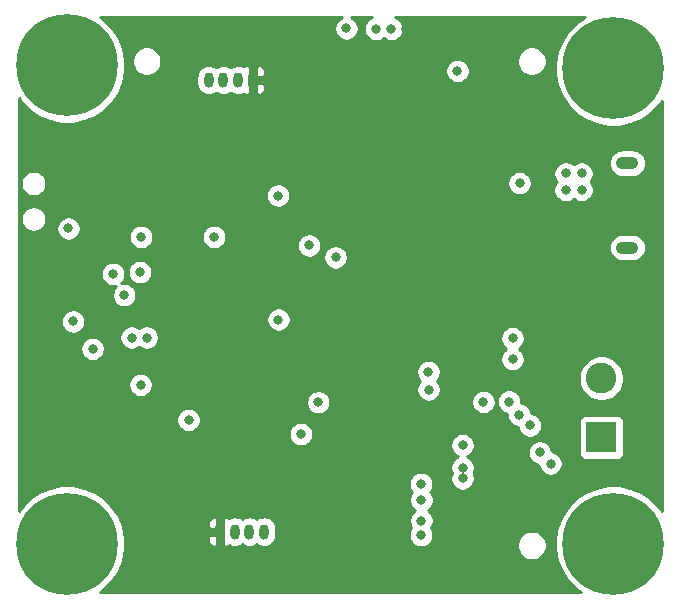
<source format=gbr>
G04 #@! TF.GenerationSoftware,KiCad,Pcbnew,(5.1.6)-1*
G04 #@! TF.CreationDate,2023-08-05T22:02:58+03:00*
G04 #@! TF.ProjectId,STM32F4_REV2,53544d33-3246-4345-9f52-4556322e6b69,rev?*
G04 #@! TF.SameCoordinates,Original*
G04 #@! TF.FileFunction,Copper,L3,Inr*
G04 #@! TF.FilePolarity,Positive*
%FSLAX46Y46*%
G04 Gerber Fmt 4.6, Leading zero omitted, Abs format (unit mm)*
G04 Created by KiCad (PCBNEW (5.1.6)-1) date 2023-08-05 22:02:58*
%MOMM*%
%LPD*%
G01*
G04 APERTURE LIST*
G04 #@! TA.AperFunction,ViaPad*
%ADD10O,1.900000X1.050000*%
G04 #@! TD*
G04 #@! TA.AperFunction,ViaPad*
%ADD11O,0.800000X1.300000*%
G04 #@! TD*
G04 #@! TA.AperFunction,ViaPad*
%ADD12C,2.600000*%
G04 #@! TD*
G04 #@! TA.AperFunction,ViaPad*
%ADD13R,2.600000X2.600000*%
G04 #@! TD*
G04 #@! TA.AperFunction,ViaPad*
%ADD14C,0.900000*%
G04 #@! TD*
G04 #@! TA.AperFunction,ViaPad*
%ADD15C,8.600000*%
G04 #@! TD*
G04 #@! TA.AperFunction,ViaPad*
%ADD16C,0.800000*%
G04 #@! TD*
G04 #@! TA.AperFunction,Conductor*
%ADD17C,0.254000*%
G04 #@! TD*
G04 APERTURE END LIST*
D10*
X158700000Y-67025000D03*
X158700000Y-74175000D03*
D11*
X127950000Y-98225000D03*
X126700000Y-98225000D03*
X125450000Y-98225000D03*
G04 #@! TA.AperFunction,ViaPad*
G36*
G01*
X123800000Y-98675000D02*
X123800000Y-97775000D01*
G75*
G02*
X124000000Y-97575000I200000J0D01*
G01*
X124400000Y-97575000D01*
G75*
G02*
X124600000Y-97775000I0J-200000D01*
G01*
X124600000Y-98675000D01*
G75*
G02*
X124400000Y-98875000I-200000J0D01*
G01*
X124000000Y-98875000D01*
G75*
G02*
X123800000Y-98675000I0J200000D01*
G01*
G37*
G04 #@! TD.AperFunction*
X123250000Y-60000000D03*
X124500000Y-60000000D03*
X125750000Y-60000000D03*
G04 #@! TA.AperFunction,ViaPad*
G36*
G01*
X127400000Y-59550000D02*
X127400000Y-60450000D01*
G75*
G02*
X127200000Y-60650000I-200000J0D01*
G01*
X126800000Y-60650000D01*
G75*
G02*
X126600000Y-60450000I0J200000D01*
G01*
X126600000Y-59550000D01*
G75*
G02*
X126800000Y-59350000I200000J0D01*
G01*
X127200000Y-59350000D01*
G75*
G02*
X127400000Y-59550000I0J-200000D01*
G01*
G37*
G04 #@! TD.AperFunction*
D12*
X156500000Y-85250000D03*
D13*
X156500000Y-90250000D03*
D14*
X159780419Y-96969581D03*
X157500000Y-96025000D03*
X155219581Y-96969581D03*
X154275000Y-99250000D03*
X155219581Y-101530419D03*
X157500000Y-102475000D03*
X159780419Y-101530419D03*
X160725000Y-99250000D03*
D15*
X157500000Y-99250000D03*
D14*
X113530419Y-56469581D03*
X111250000Y-55525000D03*
X108969581Y-56469581D03*
X108025000Y-58750000D03*
X108969581Y-61030419D03*
X111250000Y-61975000D03*
X113530419Y-61030419D03*
X114475000Y-58750000D03*
D15*
X111250000Y-58750000D03*
D14*
X113530419Y-96969581D03*
X111250000Y-96025000D03*
X108969581Y-96969581D03*
X108025000Y-99250000D03*
X108969581Y-101530419D03*
X111250000Y-102475000D03*
X113530419Y-101530419D03*
X114475000Y-99250000D03*
D15*
X111250000Y-99250000D03*
D14*
X159780419Y-56719581D03*
X157500000Y-55775000D03*
X155219581Y-56719581D03*
X154275000Y-59000000D03*
X155219581Y-61280419D03*
X157500000Y-62225000D03*
X159780419Y-61280419D03*
X160725000Y-59000000D03*
D15*
X157500000Y-59000000D03*
D16*
X134900000Y-55625000D03*
X117525000Y-73275000D03*
X111375000Y-72550000D03*
X123700000Y-73275000D03*
X115150000Y-76400000D03*
X113425000Y-82750000D03*
X116725000Y-81800000D03*
X118000000Y-81800000D03*
X117475000Y-85800000D03*
X121550000Y-88775000D03*
X131050000Y-89975000D03*
X141850000Y-84700000D03*
X132525000Y-87275000D03*
X131750000Y-74000000D03*
X134000000Y-75000000D03*
X144300000Y-59225000D03*
X154825000Y-69300000D03*
X153475000Y-69300000D03*
X153475000Y-67900000D03*
X154825000Y-67900000D03*
X141875000Y-86200000D03*
X146500000Y-87250000D03*
X148675000Y-87225000D03*
X149525000Y-88325000D03*
X150450000Y-89225000D03*
X148975000Y-83625000D03*
X148975000Y-81850000D03*
X151275000Y-91525000D03*
X152200000Y-92475000D03*
X141225000Y-94175000D03*
X141250000Y-95550000D03*
X141250000Y-97300000D03*
X141225000Y-98525000D03*
X144750000Y-92825000D03*
X144750000Y-93725000D03*
X144750000Y-90900000D03*
X117425000Y-76250000D03*
X116100000Y-78200000D03*
X111775000Y-80425000D03*
X137425000Y-55650000D03*
X138725000Y-55650000D03*
X139950000Y-55650000D03*
X127500000Y-71400000D03*
X122700000Y-71400000D03*
X120000000Y-72300000D03*
X111400000Y-68000000D03*
X144300000Y-57300000D03*
X130100000Y-87900000D03*
X124100000Y-88800000D03*
X114750000Y-85575000D03*
X114775000Y-83925000D03*
X118275000Y-78025000D03*
X121975000Y-72450000D03*
X132600000Y-75775000D03*
X135750000Y-91600000D03*
X135750000Y-92775000D03*
X139225000Y-92775000D03*
X139250000Y-91675000D03*
X136250000Y-95025000D03*
X138475000Y-95050000D03*
X136275000Y-98000000D03*
X138475000Y-98050000D03*
X146775000Y-94075000D03*
X147775000Y-94950000D03*
X129150000Y-80275000D03*
X129125000Y-69775000D03*
X149575000Y-68725000D03*
D17*
G36*
X134409744Y-54707795D02*
G01*
X134240226Y-54821063D01*
X134096063Y-54965226D01*
X133982795Y-55134744D01*
X133904774Y-55323102D01*
X133865000Y-55523061D01*
X133865000Y-55726939D01*
X133904774Y-55926898D01*
X133982795Y-56115256D01*
X134096063Y-56284774D01*
X134240226Y-56428937D01*
X134409744Y-56542205D01*
X134598102Y-56620226D01*
X134798061Y-56660000D01*
X135001939Y-56660000D01*
X135201898Y-56620226D01*
X135390256Y-56542205D01*
X135559774Y-56428937D01*
X135703937Y-56284774D01*
X135817205Y-56115256D01*
X135895226Y-55926898D01*
X135935000Y-55726939D01*
X135935000Y-55523061D01*
X135895226Y-55323102D01*
X135817205Y-55134744D01*
X135703937Y-54965226D01*
X135559774Y-54821063D01*
X135390256Y-54707795D01*
X135274869Y-54660000D01*
X137110485Y-54660000D01*
X136934744Y-54732795D01*
X136765226Y-54846063D01*
X136621063Y-54990226D01*
X136507795Y-55159744D01*
X136429774Y-55348102D01*
X136390000Y-55548061D01*
X136390000Y-55751939D01*
X136429774Y-55951898D01*
X136507795Y-56140256D01*
X136621063Y-56309774D01*
X136765226Y-56453937D01*
X136934744Y-56567205D01*
X137123102Y-56645226D01*
X137323061Y-56685000D01*
X137526939Y-56685000D01*
X137726898Y-56645226D01*
X137915256Y-56567205D01*
X138075000Y-56460468D01*
X138234744Y-56567205D01*
X138423102Y-56645226D01*
X138623061Y-56685000D01*
X138826939Y-56685000D01*
X139026898Y-56645226D01*
X139215256Y-56567205D01*
X139384774Y-56453937D01*
X139528937Y-56309774D01*
X139642205Y-56140256D01*
X139720226Y-55951898D01*
X139760000Y-55751939D01*
X139760000Y-55548061D01*
X139720226Y-55348102D01*
X139642205Y-55159744D01*
X139528937Y-54990226D01*
X139384774Y-54846063D01*
X139215256Y-54732795D01*
X139039515Y-54660000D01*
X155112504Y-54660000D01*
X154354121Y-55166735D01*
X153666735Y-55854121D01*
X153126660Y-56662401D01*
X152754650Y-57560514D01*
X152565000Y-58513945D01*
X152565000Y-59486055D01*
X152754650Y-60439486D01*
X153126660Y-61337599D01*
X153666735Y-62145879D01*
X154354121Y-62833265D01*
X155162401Y-63373340D01*
X156060514Y-63745350D01*
X157013945Y-63935000D01*
X157986055Y-63935000D01*
X158939486Y-63745350D01*
X159837599Y-63373340D01*
X160645879Y-62833265D01*
X161333265Y-62145879D01*
X161590000Y-61761648D01*
X161590001Y-96488354D01*
X161333265Y-96104121D01*
X160645879Y-95416735D01*
X159837599Y-94876660D01*
X158939486Y-94504650D01*
X157986055Y-94315000D01*
X157013945Y-94315000D01*
X156060514Y-94504650D01*
X155162401Y-94876660D01*
X154354121Y-95416735D01*
X153666735Y-96104121D01*
X153126660Y-96912401D01*
X152754650Y-97810514D01*
X152565000Y-98763945D01*
X152565000Y-99736055D01*
X152754650Y-100689486D01*
X153126660Y-101587599D01*
X153666735Y-102395879D01*
X154354121Y-103083265D01*
X154738352Y-103340000D01*
X114011648Y-103340000D01*
X114395879Y-103083265D01*
X115083265Y-102395879D01*
X115623340Y-101587599D01*
X115995350Y-100689486D01*
X116185000Y-99736055D01*
X116185000Y-98872774D01*
X123161932Y-98872774D01*
X123173758Y-98997298D01*
X123209650Y-99117122D01*
X123268229Y-99227641D01*
X123347244Y-99324608D01*
X123443658Y-99404298D01*
X123553766Y-99463646D01*
X123673336Y-99500374D01*
X123793250Y-99510000D01*
X123952000Y-99351250D01*
X123952000Y-98473000D01*
X123323750Y-98473000D01*
X123165000Y-98631750D01*
X123161932Y-98872774D01*
X116185000Y-98872774D01*
X116185000Y-98763945D01*
X115995350Y-97810514D01*
X115898720Y-97577226D01*
X123161932Y-97577226D01*
X123165000Y-97818250D01*
X123323750Y-97977000D01*
X123952000Y-97977000D01*
X123952000Y-97924163D01*
X124415000Y-97924163D01*
X124415000Y-98525838D01*
X124429976Y-98677895D01*
X124448000Y-98737311D01*
X124448000Y-99351250D01*
X124606750Y-99510000D01*
X124726664Y-99500374D01*
X124846234Y-99463646D01*
X124956342Y-99404298D01*
X124970736Y-99392401D01*
X125052008Y-99435841D01*
X125247106Y-99495024D01*
X125450000Y-99515007D01*
X125652895Y-99495024D01*
X125847993Y-99435841D01*
X126027797Y-99339734D01*
X126075000Y-99300995D01*
X126122204Y-99339734D01*
X126302008Y-99435841D01*
X126497106Y-99495024D01*
X126700000Y-99515007D01*
X126902895Y-99495024D01*
X127097993Y-99435841D01*
X127277797Y-99339734D01*
X127325000Y-99300995D01*
X127372204Y-99339734D01*
X127552008Y-99435841D01*
X127747106Y-99495024D01*
X127950000Y-99515007D01*
X128152895Y-99495024D01*
X128347993Y-99435841D01*
X128527797Y-99339734D01*
X128685396Y-99210396D01*
X128814734Y-99052797D01*
X128910841Y-98872992D01*
X128970024Y-98677894D01*
X128985000Y-98525837D01*
X128985000Y-97924162D01*
X128970024Y-97772105D01*
X128910841Y-97577007D01*
X128814734Y-97397203D01*
X128685396Y-97239604D01*
X128527797Y-97110266D01*
X128347992Y-97014159D01*
X128152894Y-96954976D01*
X127950000Y-96934993D01*
X127747105Y-96954976D01*
X127552007Y-97014159D01*
X127372203Y-97110266D01*
X127325000Y-97149004D01*
X127277797Y-97110266D01*
X127097992Y-97014159D01*
X126902894Y-96954976D01*
X126700000Y-96934993D01*
X126497105Y-96954976D01*
X126302007Y-97014159D01*
X126122203Y-97110266D01*
X126075000Y-97149004D01*
X126027797Y-97110266D01*
X125847992Y-97014159D01*
X125652894Y-96954976D01*
X125450000Y-96934993D01*
X125247105Y-96954976D01*
X125052007Y-97014159D01*
X124970736Y-97057599D01*
X124956342Y-97045702D01*
X124846234Y-96986354D01*
X124726664Y-96949626D01*
X124606750Y-96940000D01*
X124448000Y-97098750D01*
X124448000Y-97712690D01*
X124429976Y-97772106D01*
X124415000Y-97924163D01*
X123952000Y-97924163D01*
X123952000Y-97098750D01*
X123793250Y-96940000D01*
X123673336Y-96949626D01*
X123553766Y-96986354D01*
X123443658Y-97045702D01*
X123347244Y-97125392D01*
X123268229Y-97222359D01*
X123209650Y-97332878D01*
X123173758Y-97452702D01*
X123161932Y-97577226D01*
X115898720Y-97577226D01*
X115623340Y-96912401D01*
X115083265Y-96104121D01*
X114395879Y-95416735D01*
X113587599Y-94876660D01*
X112689486Y-94504650D01*
X111736055Y-94315000D01*
X110763945Y-94315000D01*
X109810514Y-94504650D01*
X108912401Y-94876660D01*
X108104121Y-95416735D01*
X107416735Y-96104121D01*
X107160000Y-96488352D01*
X107160000Y-94073061D01*
X140190000Y-94073061D01*
X140190000Y-94276939D01*
X140229774Y-94476898D01*
X140307795Y-94665256D01*
X140421063Y-94834774D01*
X140461289Y-94875000D01*
X140446063Y-94890226D01*
X140332795Y-95059744D01*
X140254774Y-95248102D01*
X140215000Y-95448061D01*
X140215000Y-95651939D01*
X140254774Y-95851898D01*
X140332795Y-96040256D01*
X140446063Y-96209774D01*
X140590226Y-96353937D01*
X140696580Y-96425000D01*
X140590226Y-96496063D01*
X140446063Y-96640226D01*
X140332795Y-96809744D01*
X140254774Y-96998102D01*
X140215000Y-97198061D01*
X140215000Y-97401939D01*
X140254774Y-97601898D01*
X140332795Y-97790256D01*
X140401976Y-97893792D01*
X140307795Y-98034744D01*
X140229774Y-98223102D01*
X140190000Y-98423061D01*
X140190000Y-98626939D01*
X140229774Y-98826898D01*
X140307795Y-99015256D01*
X140421063Y-99184774D01*
X140565226Y-99328937D01*
X140734744Y-99442205D01*
X140923102Y-99520226D01*
X141123061Y-99560000D01*
X141326939Y-99560000D01*
X141526898Y-99520226D01*
X141715256Y-99442205D01*
X141884774Y-99328937D01*
X141936821Y-99276890D01*
X149350048Y-99276890D01*
X149350048Y-99523110D01*
X149398083Y-99764598D01*
X149492307Y-99992074D01*
X149629099Y-100196798D01*
X149803202Y-100370901D01*
X150007926Y-100507693D01*
X150235402Y-100601917D01*
X150476890Y-100649952D01*
X150723110Y-100649952D01*
X150964598Y-100601917D01*
X151192074Y-100507693D01*
X151396798Y-100370901D01*
X151570901Y-100196798D01*
X151707693Y-99992074D01*
X151801917Y-99764598D01*
X151849952Y-99523110D01*
X151849952Y-99276890D01*
X151801917Y-99035402D01*
X151707693Y-98807926D01*
X151570901Y-98603202D01*
X151396798Y-98429099D01*
X151192074Y-98292307D01*
X150964598Y-98198083D01*
X150723110Y-98150048D01*
X150476890Y-98150048D01*
X150235402Y-98198083D01*
X150007926Y-98292307D01*
X149803202Y-98429099D01*
X149629099Y-98603202D01*
X149492307Y-98807926D01*
X149398083Y-99035402D01*
X149350048Y-99276890D01*
X141936821Y-99276890D01*
X142028937Y-99184774D01*
X142142205Y-99015256D01*
X142220226Y-98826898D01*
X142260000Y-98626939D01*
X142260000Y-98423061D01*
X142220226Y-98223102D01*
X142142205Y-98034744D01*
X142073024Y-97931208D01*
X142167205Y-97790256D01*
X142245226Y-97601898D01*
X142285000Y-97401939D01*
X142285000Y-97198061D01*
X142245226Y-96998102D01*
X142167205Y-96809744D01*
X142053937Y-96640226D01*
X141909774Y-96496063D01*
X141803420Y-96425000D01*
X141909774Y-96353937D01*
X142053937Y-96209774D01*
X142167205Y-96040256D01*
X142245226Y-95851898D01*
X142285000Y-95651939D01*
X142285000Y-95448061D01*
X142245226Y-95248102D01*
X142167205Y-95059744D01*
X142053937Y-94890226D01*
X142013711Y-94850000D01*
X142028937Y-94834774D01*
X142142205Y-94665256D01*
X142220226Y-94476898D01*
X142260000Y-94276939D01*
X142260000Y-94073061D01*
X142220226Y-93873102D01*
X142142205Y-93684744D01*
X142028937Y-93515226D01*
X141884774Y-93371063D01*
X141715256Y-93257795D01*
X141526898Y-93179774D01*
X141326939Y-93140000D01*
X141123061Y-93140000D01*
X140923102Y-93179774D01*
X140734744Y-93257795D01*
X140565226Y-93371063D01*
X140421063Y-93515226D01*
X140307795Y-93684744D01*
X140229774Y-93873102D01*
X140190000Y-94073061D01*
X107160000Y-94073061D01*
X107160000Y-89873061D01*
X130015000Y-89873061D01*
X130015000Y-90076939D01*
X130054774Y-90276898D01*
X130132795Y-90465256D01*
X130246063Y-90634774D01*
X130390226Y-90778937D01*
X130559744Y-90892205D01*
X130748102Y-90970226D01*
X130948061Y-91010000D01*
X131151939Y-91010000D01*
X131351898Y-90970226D01*
X131540256Y-90892205D01*
X131681152Y-90798061D01*
X143715000Y-90798061D01*
X143715000Y-91001939D01*
X143754774Y-91201898D01*
X143832795Y-91390256D01*
X143946063Y-91559774D01*
X144090226Y-91703937D01*
X144259744Y-91817205D01*
X144369095Y-91862500D01*
X144259744Y-91907795D01*
X144090226Y-92021063D01*
X143946063Y-92165226D01*
X143832795Y-92334744D01*
X143754774Y-92523102D01*
X143715000Y-92723061D01*
X143715000Y-92926939D01*
X143754774Y-93126898D01*
X143816120Y-93275000D01*
X143754774Y-93423102D01*
X143715000Y-93623061D01*
X143715000Y-93826939D01*
X143754774Y-94026898D01*
X143832795Y-94215256D01*
X143946063Y-94384774D01*
X144090226Y-94528937D01*
X144259744Y-94642205D01*
X144448102Y-94720226D01*
X144648061Y-94760000D01*
X144851939Y-94760000D01*
X145051898Y-94720226D01*
X145240256Y-94642205D01*
X145409774Y-94528937D01*
X145553937Y-94384774D01*
X145667205Y-94215256D01*
X145745226Y-94026898D01*
X145785000Y-93826939D01*
X145785000Y-93623061D01*
X145745226Y-93423102D01*
X145683880Y-93275000D01*
X145745226Y-93126898D01*
X145785000Y-92926939D01*
X145785000Y-92723061D01*
X145745226Y-92523102D01*
X145667205Y-92334744D01*
X145553937Y-92165226D01*
X145409774Y-92021063D01*
X145240256Y-91907795D01*
X145130905Y-91862500D01*
X145240256Y-91817205D01*
X145409774Y-91703937D01*
X145553937Y-91559774D01*
X145645285Y-91423061D01*
X150240000Y-91423061D01*
X150240000Y-91626939D01*
X150279774Y-91826898D01*
X150357795Y-92015256D01*
X150471063Y-92184774D01*
X150615226Y-92328937D01*
X150784744Y-92442205D01*
X150973102Y-92520226D01*
X151165000Y-92558397D01*
X151165000Y-92576939D01*
X151204774Y-92776898D01*
X151282795Y-92965256D01*
X151396063Y-93134774D01*
X151540226Y-93278937D01*
X151709744Y-93392205D01*
X151898102Y-93470226D01*
X152098061Y-93510000D01*
X152301939Y-93510000D01*
X152501898Y-93470226D01*
X152690256Y-93392205D01*
X152859774Y-93278937D01*
X153003937Y-93134774D01*
X153117205Y-92965256D01*
X153195226Y-92776898D01*
X153235000Y-92576939D01*
X153235000Y-92373061D01*
X153195226Y-92173102D01*
X153117205Y-91984744D01*
X153003937Y-91815226D01*
X152859774Y-91671063D01*
X152690256Y-91557795D01*
X152501898Y-91479774D01*
X152310000Y-91441603D01*
X152310000Y-91423061D01*
X152270226Y-91223102D01*
X152192205Y-91034744D01*
X152078937Y-90865226D01*
X151934774Y-90721063D01*
X151765256Y-90607795D01*
X151576898Y-90529774D01*
X151376939Y-90490000D01*
X151173061Y-90490000D01*
X150973102Y-90529774D01*
X150784744Y-90607795D01*
X150615226Y-90721063D01*
X150471063Y-90865226D01*
X150357795Y-91034744D01*
X150279774Y-91223102D01*
X150240000Y-91423061D01*
X145645285Y-91423061D01*
X145667205Y-91390256D01*
X145745226Y-91201898D01*
X145785000Y-91001939D01*
X145785000Y-90798061D01*
X145745226Y-90598102D01*
X145667205Y-90409744D01*
X145553937Y-90240226D01*
X145409774Y-90096063D01*
X145240256Y-89982795D01*
X145051898Y-89904774D01*
X144851939Y-89865000D01*
X144648061Y-89865000D01*
X144448102Y-89904774D01*
X144259744Y-89982795D01*
X144090226Y-90096063D01*
X143946063Y-90240226D01*
X143832795Y-90409744D01*
X143754774Y-90598102D01*
X143715000Y-90798061D01*
X131681152Y-90798061D01*
X131709774Y-90778937D01*
X131853937Y-90634774D01*
X131967205Y-90465256D01*
X132045226Y-90276898D01*
X132085000Y-90076939D01*
X132085000Y-89873061D01*
X132045226Y-89673102D01*
X131967205Y-89484744D01*
X131853937Y-89315226D01*
X131709774Y-89171063D01*
X131540256Y-89057795D01*
X131351898Y-88979774D01*
X131151939Y-88940000D01*
X130948061Y-88940000D01*
X130748102Y-88979774D01*
X130559744Y-89057795D01*
X130390226Y-89171063D01*
X130246063Y-89315226D01*
X130132795Y-89484744D01*
X130054774Y-89673102D01*
X130015000Y-89873061D01*
X107160000Y-89873061D01*
X107160000Y-88673061D01*
X120515000Y-88673061D01*
X120515000Y-88876939D01*
X120554774Y-89076898D01*
X120632795Y-89265256D01*
X120746063Y-89434774D01*
X120890226Y-89578937D01*
X121059744Y-89692205D01*
X121248102Y-89770226D01*
X121448061Y-89810000D01*
X121651939Y-89810000D01*
X121851898Y-89770226D01*
X122040256Y-89692205D01*
X122209774Y-89578937D01*
X122353937Y-89434774D01*
X122467205Y-89265256D01*
X122545226Y-89076898D01*
X122585000Y-88876939D01*
X122585000Y-88673061D01*
X122545226Y-88473102D01*
X122467205Y-88284744D01*
X122353937Y-88115226D01*
X122209774Y-87971063D01*
X122040256Y-87857795D01*
X121851898Y-87779774D01*
X121651939Y-87740000D01*
X121448061Y-87740000D01*
X121248102Y-87779774D01*
X121059744Y-87857795D01*
X120890226Y-87971063D01*
X120746063Y-88115226D01*
X120632795Y-88284744D01*
X120554774Y-88473102D01*
X120515000Y-88673061D01*
X107160000Y-88673061D01*
X107160000Y-87173061D01*
X131490000Y-87173061D01*
X131490000Y-87376939D01*
X131529774Y-87576898D01*
X131607795Y-87765256D01*
X131721063Y-87934774D01*
X131865226Y-88078937D01*
X132034744Y-88192205D01*
X132223102Y-88270226D01*
X132423061Y-88310000D01*
X132626939Y-88310000D01*
X132826898Y-88270226D01*
X133015256Y-88192205D01*
X133184774Y-88078937D01*
X133328937Y-87934774D01*
X133442205Y-87765256D01*
X133520226Y-87576898D01*
X133560000Y-87376939D01*
X133560000Y-87173061D01*
X133520226Y-86973102D01*
X133442205Y-86784744D01*
X133328937Y-86615226D01*
X133184774Y-86471063D01*
X133015256Y-86357795D01*
X132826898Y-86279774D01*
X132626939Y-86240000D01*
X132423061Y-86240000D01*
X132223102Y-86279774D01*
X132034744Y-86357795D01*
X131865226Y-86471063D01*
X131721063Y-86615226D01*
X131607795Y-86784744D01*
X131529774Y-86973102D01*
X131490000Y-87173061D01*
X107160000Y-87173061D01*
X107160000Y-85698061D01*
X116440000Y-85698061D01*
X116440000Y-85901939D01*
X116479774Y-86101898D01*
X116557795Y-86290256D01*
X116671063Y-86459774D01*
X116815226Y-86603937D01*
X116984744Y-86717205D01*
X117173102Y-86795226D01*
X117373061Y-86835000D01*
X117576939Y-86835000D01*
X117776898Y-86795226D01*
X117965256Y-86717205D01*
X118134774Y-86603937D01*
X118278937Y-86459774D01*
X118392205Y-86290256D01*
X118470226Y-86101898D01*
X118510000Y-85901939D01*
X118510000Y-85698061D01*
X118470226Y-85498102D01*
X118392205Y-85309744D01*
X118278937Y-85140226D01*
X118134774Y-84996063D01*
X117965256Y-84882795D01*
X117776898Y-84804774D01*
X117576939Y-84765000D01*
X117373061Y-84765000D01*
X117173102Y-84804774D01*
X116984744Y-84882795D01*
X116815226Y-84996063D01*
X116671063Y-85140226D01*
X116557795Y-85309744D01*
X116479774Y-85498102D01*
X116440000Y-85698061D01*
X107160000Y-85698061D01*
X107160000Y-84598061D01*
X140815000Y-84598061D01*
X140815000Y-84801939D01*
X140854774Y-85001898D01*
X140932795Y-85190256D01*
X141046063Y-85359774D01*
X141148789Y-85462500D01*
X141071063Y-85540226D01*
X140957795Y-85709744D01*
X140879774Y-85898102D01*
X140840000Y-86098061D01*
X140840000Y-86301939D01*
X140879774Y-86501898D01*
X140957795Y-86690256D01*
X141071063Y-86859774D01*
X141215226Y-87003937D01*
X141384744Y-87117205D01*
X141573102Y-87195226D01*
X141773061Y-87235000D01*
X141976939Y-87235000D01*
X142176898Y-87195226D01*
X142290763Y-87148061D01*
X145465000Y-87148061D01*
X145465000Y-87351939D01*
X145504774Y-87551898D01*
X145582795Y-87740256D01*
X145696063Y-87909774D01*
X145840226Y-88053937D01*
X146009744Y-88167205D01*
X146198102Y-88245226D01*
X146398061Y-88285000D01*
X146601939Y-88285000D01*
X146801898Y-88245226D01*
X146990256Y-88167205D01*
X147159774Y-88053937D01*
X147303937Y-87909774D01*
X147417205Y-87740256D01*
X147495226Y-87551898D01*
X147535000Y-87351939D01*
X147535000Y-87148061D01*
X147530028Y-87123061D01*
X147640000Y-87123061D01*
X147640000Y-87326939D01*
X147679774Y-87526898D01*
X147757795Y-87715256D01*
X147871063Y-87884774D01*
X148015226Y-88028937D01*
X148184744Y-88142205D01*
X148373102Y-88220226D01*
X148490000Y-88243478D01*
X148490000Y-88426939D01*
X148529774Y-88626898D01*
X148607795Y-88815256D01*
X148721063Y-88984774D01*
X148865226Y-89128937D01*
X149034744Y-89242205D01*
X149223102Y-89320226D01*
X149421515Y-89359692D01*
X149454774Y-89526898D01*
X149532795Y-89715256D01*
X149646063Y-89884774D01*
X149790226Y-90028937D01*
X149959744Y-90142205D01*
X150148102Y-90220226D01*
X150348061Y-90260000D01*
X150551939Y-90260000D01*
X150751898Y-90220226D01*
X150940256Y-90142205D01*
X151109774Y-90028937D01*
X151253937Y-89884774D01*
X151367205Y-89715256D01*
X151445226Y-89526898D01*
X151485000Y-89326939D01*
X151485000Y-89123061D01*
X151450577Y-88950000D01*
X154561928Y-88950000D01*
X154561928Y-91550000D01*
X154574188Y-91674482D01*
X154610498Y-91794180D01*
X154669463Y-91904494D01*
X154748815Y-92001185D01*
X154845506Y-92080537D01*
X154955820Y-92139502D01*
X155075518Y-92175812D01*
X155200000Y-92188072D01*
X157800000Y-92188072D01*
X157924482Y-92175812D01*
X158044180Y-92139502D01*
X158154494Y-92080537D01*
X158251185Y-92001185D01*
X158330537Y-91904494D01*
X158389502Y-91794180D01*
X158425812Y-91674482D01*
X158438072Y-91550000D01*
X158438072Y-88950000D01*
X158425812Y-88825518D01*
X158389502Y-88705820D01*
X158330537Y-88595506D01*
X158251185Y-88498815D01*
X158154494Y-88419463D01*
X158044180Y-88360498D01*
X157924482Y-88324188D01*
X157800000Y-88311928D01*
X155200000Y-88311928D01*
X155075518Y-88324188D01*
X154955820Y-88360498D01*
X154845506Y-88419463D01*
X154748815Y-88498815D01*
X154669463Y-88595506D01*
X154610498Y-88705820D01*
X154574188Y-88825518D01*
X154561928Y-88950000D01*
X151450577Y-88950000D01*
X151445226Y-88923102D01*
X151367205Y-88734744D01*
X151253937Y-88565226D01*
X151109774Y-88421063D01*
X150940256Y-88307795D01*
X150751898Y-88229774D01*
X150553485Y-88190308D01*
X150520226Y-88023102D01*
X150442205Y-87834744D01*
X150328937Y-87665226D01*
X150184774Y-87521063D01*
X150015256Y-87407795D01*
X149826898Y-87329774D01*
X149710000Y-87306522D01*
X149710000Y-87123061D01*
X149670226Y-86923102D01*
X149592205Y-86734744D01*
X149478937Y-86565226D01*
X149334774Y-86421063D01*
X149165256Y-86307795D01*
X148976898Y-86229774D01*
X148776939Y-86190000D01*
X148573061Y-86190000D01*
X148373102Y-86229774D01*
X148184744Y-86307795D01*
X148015226Y-86421063D01*
X147871063Y-86565226D01*
X147757795Y-86734744D01*
X147679774Y-86923102D01*
X147640000Y-87123061D01*
X147530028Y-87123061D01*
X147495226Y-86948102D01*
X147417205Y-86759744D01*
X147303937Y-86590226D01*
X147159774Y-86446063D01*
X146990256Y-86332795D01*
X146801898Y-86254774D01*
X146601939Y-86215000D01*
X146398061Y-86215000D01*
X146198102Y-86254774D01*
X146009744Y-86332795D01*
X145840226Y-86446063D01*
X145696063Y-86590226D01*
X145582795Y-86759744D01*
X145504774Y-86948102D01*
X145465000Y-87148061D01*
X142290763Y-87148061D01*
X142365256Y-87117205D01*
X142534774Y-87003937D01*
X142678937Y-86859774D01*
X142792205Y-86690256D01*
X142870226Y-86501898D01*
X142910000Y-86301939D01*
X142910000Y-86098061D01*
X142870226Y-85898102D01*
X142792205Y-85709744D01*
X142678937Y-85540226D01*
X142576211Y-85437500D01*
X142653937Y-85359774D01*
X142767205Y-85190256D01*
X142821399Y-85059419D01*
X154565000Y-85059419D01*
X154565000Y-85440581D01*
X154639361Y-85814419D01*
X154785225Y-86166566D01*
X154996987Y-86483491D01*
X155266509Y-86753013D01*
X155583434Y-86964775D01*
X155935581Y-87110639D01*
X156309419Y-87185000D01*
X156690581Y-87185000D01*
X157064419Y-87110639D01*
X157416566Y-86964775D01*
X157733491Y-86753013D01*
X158003013Y-86483491D01*
X158214775Y-86166566D01*
X158360639Y-85814419D01*
X158435000Y-85440581D01*
X158435000Y-85059419D01*
X158360639Y-84685581D01*
X158214775Y-84333434D01*
X158003013Y-84016509D01*
X157733491Y-83746987D01*
X157416566Y-83535225D01*
X157064419Y-83389361D01*
X156690581Y-83315000D01*
X156309419Y-83315000D01*
X155935581Y-83389361D01*
X155583434Y-83535225D01*
X155266509Y-83746987D01*
X154996987Y-84016509D01*
X154785225Y-84333434D01*
X154639361Y-84685581D01*
X154565000Y-85059419D01*
X142821399Y-85059419D01*
X142845226Y-85001898D01*
X142885000Y-84801939D01*
X142885000Y-84598061D01*
X142845226Y-84398102D01*
X142767205Y-84209744D01*
X142653937Y-84040226D01*
X142509774Y-83896063D01*
X142340256Y-83782795D01*
X142151898Y-83704774D01*
X141951939Y-83665000D01*
X141748061Y-83665000D01*
X141548102Y-83704774D01*
X141359744Y-83782795D01*
X141190226Y-83896063D01*
X141046063Y-84040226D01*
X140932795Y-84209744D01*
X140854774Y-84398102D01*
X140815000Y-84598061D01*
X107160000Y-84598061D01*
X107160000Y-82648061D01*
X112390000Y-82648061D01*
X112390000Y-82851939D01*
X112429774Y-83051898D01*
X112507795Y-83240256D01*
X112621063Y-83409774D01*
X112765226Y-83553937D01*
X112934744Y-83667205D01*
X113123102Y-83745226D01*
X113323061Y-83785000D01*
X113526939Y-83785000D01*
X113726898Y-83745226D01*
X113915256Y-83667205D01*
X114084774Y-83553937D01*
X114228937Y-83409774D01*
X114342205Y-83240256D01*
X114420226Y-83051898D01*
X114460000Y-82851939D01*
X114460000Y-82648061D01*
X114420226Y-82448102D01*
X114342205Y-82259744D01*
X114228937Y-82090226D01*
X114084774Y-81946063D01*
X113915256Y-81832795D01*
X113726898Y-81754774D01*
X113526939Y-81715000D01*
X113323061Y-81715000D01*
X113123102Y-81754774D01*
X112934744Y-81832795D01*
X112765226Y-81946063D01*
X112621063Y-82090226D01*
X112507795Y-82259744D01*
X112429774Y-82448102D01*
X112390000Y-82648061D01*
X107160000Y-82648061D01*
X107160000Y-81698061D01*
X115690000Y-81698061D01*
X115690000Y-81901939D01*
X115729774Y-82101898D01*
X115807795Y-82290256D01*
X115921063Y-82459774D01*
X116065226Y-82603937D01*
X116234744Y-82717205D01*
X116423102Y-82795226D01*
X116623061Y-82835000D01*
X116826939Y-82835000D01*
X117026898Y-82795226D01*
X117215256Y-82717205D01*
X117362500Y-82618820D01*
X117509744Y-82717205D01*
X117698102Y-82795226D01*
X117898061Y-82835000D01*
X118101939Y-82835000D01*
X118301898Y-82795226D01*
X118490256Y-82717205D01*
X118659774Y-82603937D01*
X118803937Y-82459774D01*
X118917205Y-82290256D01*
X118995226Y-82101898D01*
X119035000Y-81901939D01*
X119035000Y-81748061D01*
X147940000Y-81748061D01*
X147940000Y-81951939D01*
X147979774Y-82151898D01*
X148057795Y-82340256D01*
X148171063Y-82509774D01*
X148315226Y-82653937D01*
X148440287Y-82737500D01*
X148315226Y-82821063D01*
X148171063Y-82965226D01*
X148057795Y-83134744D01*
X147979774Y-83323102D01*
X147940000Y-83523061D01*
X147940000Y-83726939D01*
X147979774Y-83926898D01*
X148057795Y-84115256D01*
X148171063Y-84284774D01*
X148315226Y-84428937D01*
X148484744Y-84542205D01*
X148673102Y-84620226D01*
X148873061Y-84660000D01*
X149076939Y-84660000D01*
X149276898Y-84620226D01*
X149465256Y-84542205D01*
X149634774Y-84428937D01*
X149778937Y-84284774D01*
X149892205Y-84115256D01*
X149970226Y-83926898D01*
X150010000Y-83726939D01*
X150010000Y-83523061D01*
X149970226Y-83323102D01*
X149892205Y-83134744D01*
X149778937Y-82965226D01*
X149634774Y-82821063D01*
X149509713Y-82737500D01*
X149634774Y-82653937D01*
X149778937Y-82509774D01*
X149892205Y-82340256D01*
X149970226Y-82151898D01*
X150010000Y-81951939D01*
X150010000Y-81748061D01*
X149970226Y-81548102D01*
X149892205Y-81359744D01*
X149778937Y-81190226D01*
X149634774Y-81046063D01*
X149465256Y-80932795D01*
X149276898Y-80854774D01*
X149076939Y-80815000D01*
X148873061Y-80815000D01*
X148673102Y-80854774D01*
X148484744Y-80932795D01*
X148315226Y-81046063D01*
X148171063Y-81190226D01*
X148057795Y-81359744D01*
X147979774Y-81548102D01*
X147940000Y-81748061D01*
X119035000Y-81748061D01*
X119035000Y-81698061D01*
X118995226Y-81498102D01*
X118917205Y-81309744D01*
X118803937Y-81140226D01*
X118659774Y-80996063D01*
X118490256Y-80882795D01*
X118301898Y-80804774D01*
X118101939Y-80765000D01*
X117898061Y-80765000D01*
X117698102Y-80804774D01*
X117509744Y-80882795D01*
X117362500Y-80981180D01*
X117215256Y-80882795D01*
X117026898Y-80804774D01*
X116826939Y-80765000D01*
X116623061Y-80765000D01*
X116423102Y-80804774D01*
X116234744Y-80882795D01*
X116065226Y-80996063D01*
X115921063Y-81140226D01*
X115807795Y-81309744D01*
X115729774Y-81498102D01*
X115690000Y-81698061D01*
X107160000Y-81698061D01*
X107160000Y-80323061D01*
X110740000Y-80323061D01*
X110740000Y-80526939D01*
X110779774Y-80726898D01*
X110857795Y-80915256D01*
X110971063Y-81084774D01*
X111115226Y-81228937D01*
X111284744Y-81342205D01*
X111473102Y-81420226D01*
X111673061Y-81460000D01*
X111876939Y-81460000D01*
X112076898Y-81420226D01*
X112265256Y-81342205D01*
X112434774Y-81228937D01*
X112578937Y-81084774D01*
X112692205Y-80915256D01*
X112770226Y-80726898D01*
X112810000Y-80526939D01*
X112810000Y-80323061D01*
X112780164Y-80173061D01*
X128115000Y-80173061D01*
X128115000Y-80376939D01*
X128154774Y-80576898D01*
X128232795Y-80765256D01*
X128346063Y-80934774D01*
X128490226Y-81078937D01*
X128659744Y-81192205D01*
X128848102Y-81270226D01*
X129048061Y-81310000D01*
X129251939Y-81310000D01*
X129451898Y-81270226D01*
X129640256Y-81192205D01*
X129809774Y-81078937D01*
X129953937Y-80934774D01*
X130067205Y-80765256D01*
X130145226Y-80576898D01*
X130185000Y-80376939D01*
X130185000Y-80173061D01*
X130145226Y-79973102D01*
X130067205Y-79784744D01*
X129953937Y-79615226D01*
X129809774Y-79471063D01*
X129640256Y-79357795D01*
X129451898Y-79279774D01*
X129251939Y-79240000D01*
X129048061Y-79240000D01*
X128848102Y-79279774D01*
X128659744Y-79357795D01*
X128490226Y-79471063D01*
X128346063Y-79615226D01*
X128232795Y-79784744D01*
X128154774Y-79973102D01*
X128115000Y-80173061D01*
X112780164Y-80173061D01*
X112770226Y-80123102D01*
X112692205Y-79934744D01*
X112578937Y-79765226D01*
X112434774Y-79621063D01*
X112265256Y-79507795D01*
X112076898Y-79429774D01*
X111876939Y-79390000D01*
X111673061Y-79390000D01*
X111473102Y-79429774D01*
X111284744Y-79507795D01*
X111115226Y-79621063D01*
X110971063Y-79765226D01*
X110857795Y-79934744D01*
X110779774Y-80123102D01*
X110740000Y-80323061D01*
X107160000Y-80323061D01*
X107160000Y-76298061D01*
X114115000Y-76298061D01*
X114115000Y-76501939D01*
X114154774Y-76701898D01*
X114232795Y-76890256D01*
X114346063Y-77059774D01*
X114490226Y-77203937D01*
X114659744Y-77317205D01*
X114848102Y-77395226D01*
X115048061Y-77435000D01*
X115251939Y-77435000D01*
X115438373Y-77397916D01*
X115296063Y-77540226D01*
X115182795Y-77709744D01*
X115104774Y-77898102D01*
X115065000Y-78098061D01*
X115065000Y-78301939D01*
X115104774Y-78501898D01*
X115182795Y-78690256D01*
X115296063Y-78859774D01*
X115440226Y-79003937D01*
X115609744Y-79117205D01*
X115798102Y-79195226D01*
X115998061Y-79235000D01*
X116201939Y-79235000D01*
X116401898Y-79195226D01*
X116590256Y-79117205D01*
X116759774Y-79003937D01*
X116903937Y-78859774D01*
X117017205Y-78690256D01*
X117095226Y-78501898D01*
X117135000Y-78301939D01*
X117135000Y-78098061D01*
X117095226Y-77898102D01*
X117017205Y-77709744D01*
X116903937Y-77540226D01*
X116759774Y-77396063D01*
X116590256Y-77282795D01*
X116401898Y-77204774D01*
X116201939Y-77165000D01*
X115998061Y-77165000D01*
X115811627Y-77202084D01*
X115953937Y-77059774D01*
X116067205Y-76890256D01*
X116145226Y-76701898D01*
X116185000Y-76501939D01*
X116185000Y-76298061D01*
X116155164Y-76148061D01*
X116390000Y-76148061D01*
X116390000Y-76351939D01*
X116429774Y-76551898D01*
X116507795Y-76740256D01*
X116621063Y-76909774D01*
X116765226Y-77053937D01*
X116934744Y-77167205D01*
X117123102Y-77245226D01*
X117323061Y-77285000D01*
X117526939Y-77285000D01*
X117726898Y-77245226D01*
X117915256Y-77167205D01*
X118084774Y-77053937D01*
X118228937Y-76909774D01*
X118342205Y-76740256D01*
X118420226Y-76551898D01*
X118460000Y-76351939D01*
X118460000Y-76148061D01*
X118420226Y-75948102D01*
X118342205Y-75759744D01*
X118228937Y-75590226D01*
X118084774Y-75446063D01*
X117915256Y-75332795D01*
X117726898Y-75254774D01*
X117526939Y-75215000D01*
X117323061Y-75215000D01*
X117123102Y-75254774D01*
X116934744Y-75332795D01*
X116765226Y-75446063D01*
X116621063Y-75590226D01*
X116507795Y-75759744D01*
X116429774Y-75948102D01*
X116390000Y-76148061D01*
X116155164Y-76148061D01*
X116145226Y-76098102D01*
X116067205Y-75909744D01*
X115953937Y-75740226D01*
X115809774Y-75596063D01*
X115640256Y-75482795D01*
X115451898Y-75404774D01*
X115251939Y-75365000D01*
X115048061Y-75365000D01*
X114848102Y-75404774D01*
X114659744Y-75482795D01*
X114490226Y-75596063D01*
X114346063Y-75740226D01*
X114232795Y-75909744D01*
X114154774Y-76098102D01*
X114115000Y-76298061D01*
X107160000Y-76298061D01*
X107160000Y-71643137D01*
X107335000Y-71643137D01*
X107335000Y-71856863D01*
X107376696Y-72066483D01*
X107458485Y-72263940D01*
X107577225Y-72441647D01*
X107728353Y-72592775D01*
X107906060Y-72711515D01*
X108103517Y-72793304D01*
X108313137Y-72835000D01*
X108526863Y-72835000D01*
X108736483Y-72793304D01*
X108933940Y-72711515D01*
X109111647Y-72592775D01*
X109256361Y-72448061D01*
X110340000Y-72448061D01*
X110340000Y-72651939D01*
X110379774Y-72851898D01*
X110457795Y-73040256D01*
X110571063Y-73209774D01*
X110715226Y-73353937D01*
X110884744Y-73467205D01*
X111073102Y-73545226D01*
X111273061Y-73585000D01*
X111476939Y-73585000D01*
X111676898Y-73545226D01*
X111865256Y-73467205D01*
X112034774Y-73353937D01*
X112178937Y-73209774D01*
X112203467Y-73173061D01*
X116490000Y-73173061D01*
X116490000Y-73376939D01*
X116529774Y-73576898D01*
X116607795Y-73765256D01*
X116721063Y-73934774D01*
X116865226Y-74078937D01*
X117034744Y-74192205D01*
X117223102Y-74270226D01*
X117423061Y-74310000D01*
X117626939Y-74310000D01*
X117826898Y-74270226D01*
X118015256Y-74192205D01*
X118184774Y-74078937D01*
X118328937Y-73934774D01*
X118442205Y-73765256D01*
X118520226Y-73576898D01*
X118560000Y-73376939D01*
X118560000Y-73173061D01*
X122665000Y-73173061D01*
X122665000Y-73376939D01*
X122704774Y-73576898D01*
X122782795Y-73765256D01*
X122896063Y-73934774D01*
X123040226Y-74078937D01*
X123209744Y-74192205D01*
X123398102Y-74270226D01*
X123598061Y-74310000D01*
X123801939Y-74310000D01*
X124001898Y-74270226D01*
X124190256Y-74192205D01*
X124359774Y-74078937D01*
X124503937Y-73934774D01*
X124528467Y-73898061D01*
X130715000Y-73898061D01*
X130715000Y-74101939D01*
X130754774Y-74301898D01*
X130832795Y-74490256D01*
X130946063Y-74659774D01*
X131090226Y-74803937D01*
X131259744Y-74917205D01*
X131448102Y-74995226D01*
X131648061Y-75035000D01*
X131851939Y-75035000D01*
X132051898Y-74995226D01*
X132240256Y-74917205D01*
X132268907Y-74898061D01*
X132965000Y-74898061D01*
X132965000Y-75101939D01*
X133004774Y-75301898D01*
X133082795Y-75490256D01*
X133196063Y-75659774D01*
X133340226Y-75803937D01*
X133509744Y-75917205D01*
X133698102Y-75995226D01*
X133898061Y-76035000D01*
X134101939Y-76035000D01*
X134301898Y-75995226D01*
X134490256Y-75917205D01*
X134659774Y-75803937D01*
X134803937Y-75659774D01*
X134917205Y-75490256D01*
X134995226Y-75301898D01*
X135035000Y-75101939D01*
X135035000Y-74898061D01*
X134995226Y-74698102D01*
X134917205Y-74509744D01*
X134803937Y-74340226D01*
X134659774Y-74196063D01*
X134628251Y-74175000D01*
X157109388Y-74175000D01*
X157131785Y-74402400D01*
X157198115Y-74621060D01*
X157305829Y-74822579D01*
X157450788Y-74999212D01*
X157627421Y-75144171D01*
X157828940Y-75251885D01*
X158047600Y-75318215D01*
X158218021Y-75335000D01*
X159181979Y-75335000D01*
X159352400Y-75318215D01*
X159571060Y-75251885D01*
X159772579Y-75144171D01*
X159949212Y-74999212D01*
X160094171Y-74822579D01*
X160201885Y-74621060D01*
X160268215Y-74402400D01*
X160290612Y-74175000D01*
X160268215Y-73947600D01*
X160201885Y-73728940D01*
X160094171Y-73527421D01*
X159949212Y-73350788D01*
X159772579Y-73205829D01*
X159571060Y-73098115D01*
X159352400Y-73031785D01*
X159181979Y-73015000D01*
X158218021Y-73015000D01*
X158047600Y-73031785D01*
X157828940Y-73098115D01*
X157627421Y-73205829D01*
X157450788Y-73350788D01*
X157305829Y-73527421D01*
X157198115Y-73728940D01*
X157131785Y-73947600D01*
X157109388Y-74175000D01*
X134628251Y-74175000D01*
X134490256Y-74082795D01*
X134301898Y-74004774D01*
X134101939Y-73965000D01*
X133898061Y-73965000D01*
X133698102Y-74004774D01*
X133509744Y-74082795D01*
X133340226Y-74196063D01*
X133196063Y-74340226D01*
X133082795Y-74509744D01*
X133004774Y-74698102D01*
X132965000Y-74898061D01*
X132268907Y-74898061D01*
X132409774Y-74803937D01*
X132553937Y-74659774D01*
X132667205Y-74490256D01*
X132745226Y-74301898D01*
X132785000Y-74101939D01*
X132785000Y-73898061D01*
X132745226Y-73698102D01*
X132667205Y-73509744D01*
X132553937Y-73340226D01*
X132409774Y-73196063D01*
X132240256Y-73082795D01*
X132051898Y-73004774D01*
X131851939Y-72965000D01*
X131648061Y-72965000D01*
X131448102Y-73004774D01*
X131259744Y-73082795D01*
X131090226Y-73196063D01*
X130946063Y-73340226D01*
X130832795Y-73509744D01*
X130754774Y-73698102D01*
X130715000Y-73898061D01*
X124528467Y-73898061D01*
X124617205Y-73765256D01*
X124695226Y-73576898D01*
X124735000Y-73376939D01*
X124735000Y-73173061D01*
X124695226Y-72973102D01*
X124617205Y-72784744D01*
X124503937Y-72615226D01*
X124359774Y-72471063D01*
X124190256Y-72357795D01*
X124001898Y-72279774D01*
X123801939Y-72240000D01*
X123598061Y-72240000D01*
X123398102Y-72279774D01*
X123209744Y-72357795D01*
X123040226Y-72471063D01*
X122896063Y-72615226D01*
X122782795Y-72784744D01*
X122704774Y-72973102D01*
X122665000Y-73173061D01*
X118560000Y-73173061D01*
X118520226Y-72973102D01*
X118442205Y-72784744D01*
X118328937Y-72615226D01*
X118184774Y-72471063D01*
X118015256Y-72357795D01*
X117826898Y-72279774D01*
X117626939Y-72240000D01*
X117423061Y-72240000D01*
X117223102Y-72279774D01*
X117034744Y-72357795D01*
X116865226Y-72471063D01*
X116721063Y-72615226D01*
X116607795Y-72784744D01*
X116529774Y-72973102D01*
X116490000Y-73173061D01*
X112203467Y-73173061D01*
X112292205Y-73040256D01*
X112370226Y-72851898D01*
X112410000Y-72651939D01*
X112410000Y-72448061D01*
X112370226Y-72248102D01*
X112292205Y-72059744D01*
X112178937Y-71890226D01*
X112034774Y-71746063D01*
X111865256Y-71632795D01*
X111676898Y-71554774D01*
X111476939Y-71515000D01*
X111273061Y-71515000D01*
X111073102Y-71554774D01*
X110884744Y-71632795D01*
X110715226Y-71746063D01*
X110571063Y-71890226D01*
X110457795Y-72059744D01*
X110379774Y-72248102D01*
X110340000Y-72448061D01*
X109256361Y-72448061D01*
X109262775Y-72441647D01*
X109381515Y-72263940D01*
X109463304Y-72066483D01*
X109505000Y-71856863D01*
X109505000Y-71643137D01*
X109463304Y-71433517D01*
X109381515Y-71236060D01*
X109262775Y-71058353D01*
X109111647Y-70907225D01*
X108933940Y-70788485D01*
X108736483Y-70706696D01*
X108526863Y-70665000D01*
X108313137Y-70665000D01*
X108103517Y-70706696D01*
X107906060Y-70788485D01*
X107728353Y-70907225D01*
X107577225Y-71058353D01*
X107458485Y-71236060D01*
X107376696Y-71433517D01*
X107335000Y-71643137D01*
X107160000Y-71643137D01*
X107160000Y-68643137D01*
X107335000Y-68643137D01*
X107335000Y-68856863D01*
X107376696Y-69066483D01*
X107458485Y-69263940D01*
X107577225Y-69441647D01*
X107728353Y-69592775D01*
X107906060Y-69711515D01*
X108103517Y-69793304D01*
X108313137Y-69835000D01*
X108526863Y-69835000D01*
X108736483Y-69793304D01*
X108933940Y-69711515D01*
X108991490Y-69673061D01*
X128090000Y-69673061D01*
X128090000Y-69876939D01*
X128129774Y-70076898D01*
X128207795Y-70265256D01*
X128321063Y-70434774D01*
X128465226Y-70578937D01*
X128634744Y-70692205D01*
X128823102Y-70770226D01*
X129023061Y-70810000D01*
X129226939Y-70810000D01*
X129426898Y-70770226D01*
X129615256Y-70692205D01*
X129784774Y-70578937D01*
X129928937Y-70434774D01*
X130042205Y-70265256D01*
X130120226Y-70076898D01*
X130160000Y-69876939D01*
X130160000Y-69673061D01*
X130120226Y-69473102D01*
X130042205Y-69284744D01*
X129928937Y-69115226D01*
X129784774Y-68971063D01*
X129615256Y-68857795D01*
X129426898Y-68779774D01*
X129226939Y-68740000D01*
X129023061Y-68740000D01*
X128823102Y-68779774D01*
X128634744Y-68857795D01*
X128465226Y-68971063D01*
X128321063Y-69115226D01*
X128207795Y-69284744D01*
X128129774Y-69473102D01*
X128090000Y-69673061D01*
X108991490Y-69673061D01*
X109111647Y-69592775D01*
X109262775Y-69441647D01*
X109381515Y-69263940D01*
X109463304Y-69066483D01*
X109505000Y-68856863D01*
X109505000Y-68643137D01*
X109501007Y-68623061D01*
X148540000Y-68623061D01*
X148540000Y-68826939D01*
X148579774Y-69026898D01*
X148657795Y-69215256D01*
X148771063Y-69384774D01*
X148915226Y-69528937D01*
X149084744Y-69642205D01*
X149273102Y-69720226D01*
X149473061Y-69760000D01*
X149676939Y-69760000D01*
X149876898Y-69720226D01*
X150065256Y-69642205D01*
X150234774Y-69528937D01*
X150378937Y-69384774D01*
X150492205Y-69215256D01*
X150570226Y-69026898D01*
X150610000Y-68826939D01*
X150610000Y-68623061D01*
X150570226Y-68423102D01*
X150492205Y-68234744D01*
X150378937Y-68065226D01*
X150234774Y-67921063D01*
X150065256Y-67807795D01*
X150041757Y-67798061D01*
X152440000Y-67798061D01*
X152440000Y-68001939D01*
X152479774Y-68201898D01*
X152557795Y-68390256D01*
X152671063Y-68559774D01*
X152711289Y-68600000D01*
X152671063Y-68640226D01*
X152557795Y-68809744D01*
X152479774Y-68998102D01*
X152440000Y-69198061D01*
X152440000Y-69401939D01*
X152479774Y-69601898D01*
X152557795Y-69790256D01*
X152671063Y-69959774D01*
X152815226Y-70103937D01*
X152984744Y-70217205D01*
X153173102Y-70295226D01*
X153373061Y-70335000D01*
X153576939Y-70335000D01*
X153776898Y-70295226D01*
X153965256Y-70217205D01*
X154134774Y-70103937D01*
X154150000Y-70088711D01*
X154165226Y-70103937D01*
X154334744Y-70217205D01*
X154523102Y-70295226D01*
X154723061Y-70335000D01*
X154926939Y-70335000D01*
X155126898Y-70295226D01*
X155315256Y-70217205D01*
X155484774Y-70103937D01*
X155628937Y-69959774D01*
X155742205Y-69790256D01*
X155820226Y-69601898D01*
X155860000Y-69401939D01*
X155860000Y-69198061D01*
X155820226Y-68998102D01*
X155742205Y-68809744D01*
X155628937Y-68640226D01*
X155588711Y-68600000D01*
X155628937Y-68559774D01*
X155742205Y-68390256D01*
X155820226Y-68201898D01*
X155860000Y-68001939D01*
X155860000Y-67798061D01*
X155820226Y-67598102D01*
X155742205Y-67409744D01*
X155628937Y-67240226D01*
X155484774Y-67096063D01*
X155378421Y-67025000D01*
X157109388Y-67025000D01*
X157131785Y-67252400D01*
X157198115Y-67471060D01*
X157305829Y-67672579D01*
X157450788Y-67849212D01*
X157627421Y-67994171D01*
X157828940Y-68101885D01*
X158047600Y-68168215D01*
X158218021Y-68185000D01*
X159181979Y-68185000D01*
X159352400Y-68168215D01*
X159571060Y-68101885D01*
X159772579Y-67994171D01*
X159949212Y-67849212D01*
X160094171Y-67672579D01*
X160201885Y-67471060D01*
X160268215Y-67252400D01*
X160290612Y-67025000D01*
X160268215Y-66797600D01*
X160201885Y-66578940D01*
X160094171Y-66377421D01*
X159949212Y-66200788D01*
X159772579Y-66055829D01*
X159571060Y-65948115D01*
X159352400Y-65881785D01*
X159181979Y-65865000D01*
X158218021Y-65865000D01*
X158047600Y-65881785D01*
X157828940Y-65948115D01*
X157627421Y-66055829D01*
X157450788Y-66200788D01*
X157305829Y-66377421D01*
X157198115Y-66578940D01*
X157131785Y-66797600D01*
X157109388Y-67025000D01*
X155378421Y-67025000D01*
X155315256Y-66982795D01*
X155126898Y-66904774D01*
X154926939Y-66865000D01*
X154723061Y-66865000D01*
X154523102Y-66904774D01*
X154334744Y-66982795D01*
X154165226Y-67096063D01*
X154150000Y-67111289D01*
X154134774Y-67096063D01*
X153965256Y-66982795D01*
X153776898Y-66904774D01*
X153576939Y-66865000D01*
X153373061Y-66865000D01*
X153173102Y-66904774D01*
X152984744Y-66982795D01*
X152815226Y-67096063D01*
X152671063Y-67240226D01*
X152557795Y-67409744D01*
X152479774Y-67598102D01*
X152440000Y-67798061D01*
X150041757Y-67798061D01*
X149876898Y-67729774D01*
X149676939Y-67690000D01*
X149473061Y-67690000D01*
X149273102Y-67729774D01*
X149084744Y-67807795D01*
X148915226Y-67921063D01*
X148771063Y-68065226D01*
X148657795Y-68234744D01*
X148579774Y-68423102D01*
X148540000Y-68623061D01*
X109501007Y-68623061D01*
X109463304Y-68433517D01*
X109381515Y-68236060D01*
X109262775Y-68058353D01*
X109111647Y-67907225D01*
X108933940Y-67788485D01*
X108736483Y-67706696D01*
X108526863Y-67665000D01*
X108313137Y-67665000D01*
X108103517Y-67706696D01*
X107906060Y-67788485D01*
X107728353Y-67907225D01*
X107577225Y-68058353D01*
X107458485Y-68236060D01*
X107376696Y-68433517D01*
X107335000Y-68643137D01*
X107160000Y-68643137D01*
X107160000Y-61511648D01*
X107416735Y-61895879D01*
X108104121Y-62583265D01*
X108912401Y-63123340D01*
X109810514Y-63495350D01*
X110763945Y-63685000D01*
X111736055Y-63685000D01*
X112689486Y-63495350D01*
X113587599Y-63123340D01*
X114395879Y-62583265D01*
X115083265Y-61895879D01*
X115623340Y-61087599D01*
X115995350Y-60189486D01*
X116092881Y-59699162D01*
X122215000Y-59699162D01*
X122215000Y-60300837D01*
X122229976Y-60452894D01*
X122289159Y-60647992D01*
X122385266Y-60827797D01*
X122514604Y-60985396D01*
X122672203Y-61114734D01*
X122852007Y-61210841D01*
X123047105Y-61270024D01*
X123250000Y-61290007D01*
X123452894Y-61270024D01*
X123647992Y-61210841D01*
X123827797Y-61114734D01*
X123875000Y-61075996D01*
X123922203Y-61114734D01*
X124102007Y-61210841D01*
X124297105Y-61270024D01*
X124500000Y-61290007D01*
X124702894Y-61270024D01*
X124897992Y-61210841D01*
X125077797Y-61114734D01*
X125125000Y-61075996D01*
X125172203Y-61114734D01*
X125352007Y-61210841D01*
X125547105Y-61270024D01*
X125750000Y-61290007D01*
X125952894Y-61270024D01*
X126147992Y-61210841D01*
X126229264Y-61167401D01*
X126243658Y-61179298D01*
X126353766Y-61238646D01*
X126473336Y-61275374D01*
X126593250Y-61285000D01*
X126752000Y-61126250D01*
X126752000Y-60512311D01*
X126770024Y-60452895D01*
X126785000Y-60300838D01*
X126785000Y-60248000D01*
X127248000Y-60248000D01*
X127248000Y-61126250D01*
X127406750Y-61285000D01*
X127526664Y-61275374D01*
X127646234Y-61238646D01*
X127756342Y-61179298D01*
X127852756Y-61099608D01*
X127931771Y-61002641D01*
X127990350Y-60892122D01*
X128026242Y-60772298D01*
X128038068Y-60647774D01*
X128035000Y-60406750D01*
X127876250Y-60248000D01*
X127248000Y-60248000D01*
X126785000Y-60248000D01*
X126785000Y-59699163D01*
X126770024Y-59547106D01*
X126752000Y-59487690D01*
X126752000Y-58873750D01*
X127248000Y-58873750D01*
X127248000Y-59752000D01*
X127876250Y-59752000D01*
X128035000Y-59593250D01*
X128038068Y-59352226D01*
X128026242Y-59227702D01*
X127994898Y-59123061D01*
X143265000Y-59123061D01*
X143265000Y-59326939D01*
X143304774Y-59526898D01*
X143382795Y-59715256D01*
X143496063Y-59884774D01*
X143640226Y-60028937D01*
X143809744Y-60142205D01*
X143998102Y-60220226D01*
X144198061Y-60260000D01*
X144401939Y-60260000D01*
X144601898Y-60220226D01*
X144790256Y-60142205D01*
X144959774Y-60028937D01*
X145103937Y-59884774D01*
X145217205Y-59715256D01*
X145295226Y-59526898D01*
X145335000Y-59326939D01*
X145335000Y-59123061D01*
X145295226Y-58923102D01*
X145217205Y-58734744D01*
X145103937Y-58565226D01*
X144959774Y-58421063D01*
X144790256Y-58307795D01*
X144715646Y-58276890D01*
X149350048Y-58276890D01*
X149350048Y-58523110D01*
X149398083Y-58764598D01*
X149492307Y-58992074D01*
X149629099Y-59196798D01*
X149803202Y-59370901D01*
X150007926Y-59507693D01*
X150235402Y-59601917D01*
X150476890Y-59649952D01*
X150723110Y-59649952D01*
X150964598Y-59601917D01*
X151192074Y-59507693D01*
X151396798Y-59370901D01*
X151570901Y-59196798D01*
X151707693Y-58992074D01*
X151801917Y-58764598D01*
X151849952Y-58523110D01*
X151849952Y-58276890D01*
X151801917Y-58035402D01*
X151707693Y-57807926D01*
X151570901Y-57603202D01*
X151396798Y-57429099D01*
X151192074Y-57292307D01*
X150964598Y-57198083D01*
X150723110Y-57150048D01*
X150476890Y-57150048D01*
X150235402Y-57198083D01*
X150007926Y-57292307D01*
X149803202Y-57429099D01*
X149629099Y-57603202D01*
X149492307Y-57807926D01*
X149398083Y-58035402D01*
X149350048Y-58276890D01*
X144715646Y-58276890D01*
X144601898Y-58229774D01*
X144401939Y-58190000D01*
X144198061Y-58190000D01*
X143998102Y-58229774D01*
X143809744Y-58307795D01*
X143640226Y-58421063D01*
X143496063Y-58565226D01*
X143382795Y-58734744D01*
X143304774Y-58923102D01*
X143265000Y-59123061D01*
X127994898Y-59123061D01*
X127990350Y-59107878D01*
X127931771Y-58997359D01*
X127852756Y-58900392D01*
X127756342Y-58820702D01*
X127646234Y-58761354D01*
X127526664Y-58724626D01*
X127406750Y-58715000D01*
X127248000Y-58873750D01*
X126752000Y-58873750D01*
X126593250Y-58715000D01*
X126473336Y-58724626D01*
X126353766Y-58761354D01*
X126243658Y-58820702D01*
X126229264Y-58832599D01*
X126147993Y-58789159D01*
X125952895Y-58729976D01*
X125750000Y-58709993D01*
X125547106Y-58729976D01*
X125352008Y-58789159D01*
X125172204Y-58885266D01*
X125125001Y-58924005D01*
X125077797Y-58885266D01*
X124897993Y-58789159D01*
X124702895Y-58729976D01*
X124500000Y-58709993D01*
X124297106Y-58729976D01*
X124102008Y-58789159D01*
X123922204Y-58885266D01*
X123875001Y-58924005D01*
X123827797Y-58885266D01*
X123647993Y-58789159D01*
X123452895Y-58729976D01*
X123250000Y-58709993D01*
X123047106Y-58729976D01*
X122852008Y-58789159D01*
X122672204Y-58885266D01*
X122514605Y-59014604D01*
X122385267Y-59172203D01*
X122289159Y-59352007D01*
X122229976Y-59547105D01*
X122215000Y-59699162D01*
X116092881Y-59699162D01*
X116185000Y-59236055D01*
X116185000Y-58276890D01*
X116750048Y-58276890D01*
X116750048Y-58523110D01*
X116798083Y-58764598D01*
X116892307Y-58992074D01*
X117029099Y-59196798D01*
X117203202Y-59370901D01*
X117407926Y-59507693D01*
X117635402Y-59601917D01*
X117876890Y-59649952D01*
X118123110Y-59649952D01*
X118364598Y-59601917D01*
X118592074Y-59507693D01*
X118796798Y-59370901D01*
X118970901Y-59196798D01*
X119107693Y-58992074D01*
X119201917Y-58764598D01*
X119249952Y-58523110D01*
X119249952Y-58276890D01*
X119201917Y-58035402D01*
X119107693Y-57807926D01*
X118970901Y-57603202D01*
X118796798Y-57429099D01*
X118592074Y-57292307D01*
X118364598Y-57198083D01*
X118123110Y-57150048D01*
X117876890Y-57150048D01*
X117635402Y-57198083D01*
X117407926Y-57292307D01*
X117203202Y-57429099D01*
X117029099Y-57603202D01*
X116892307Y-57807926D01*
X116798083Y-58035402D01*
X116750048Y-58276890D01*
X116185000Y-58276890D01*
X116185000Y-58263945D01*
X115995350Y-57310514D01*
X115623340Y-56412401D01*
X115083265Y-55604121D01*
X114395879Y-54916735D01*
X114011648Y-54660000D01*
X134525131Y-54660000D01*
X134409744Y-54707795D01*
G37*
X134409744Y-54707795D02*
X134240226Y-54821063D01*
X134096063Y-54965226D01*
X133982795Y-55134744D01*
X133904774Y-55323102D01*
X133865000Y-55523061D01*
X133865000Y-55726939D01*
X133904774Y-55926898D01*
X133982795Y-56115256D01*
X134096063Y-56284774D01*
X134240226Y-56428937D01*
X134409744Y-56542205D01*
X134598102Y-56620226D01*
X134798061Y-56660000D01*
X135001939Y-56660000D01*
X135201898Y-56620226D01*
X135390256Y-56542205D01*
X135559774Y-56428937D01*
X135703937Y-56284774D01*
X135817205Y-56115256D01*
X135895226Y-55926898D01*
X135935000Y-55726939D01*
X135935000Y-55523061D01*
X135895226Y-55323102D01*
X135817205Y-55134744D01*
X135703937Y-54965226D01*
X135559774Y-54821063D01*
X135390256Y-54707795D01*
X135274869Y-54660000D01*
X137110485Y-54660000D01*
X136934744Y-54732795D01*
X136765226Y-54846063D01*
X136621063Y-54990226D01*
X136507795Y-55159744D01*
X136429774Y-55348102D01*
X136390000Y-55548061D01*
X136390000Y-55751939D01*
X136429774Y-55951898D01*
X136507795Y-56140256D01*
X136621063Y-56309774D01*
X136765226Y-56453937D01*
X136934744Y-56567205D01*
X137123102Y-56645226D01*
X137323061Y-56685000D01*
X137526939Y-56685000D01*
X137726898Y-56645226D01*
X137915256Y-56567205D01*
X138075000Y-56460468D01*
X138234744Y-56567205D01*
X138423102Y-56645226D01*
X138623061Y-56685000D01*
X138826939Y-56685000D01*
X139026898Y-56645226D01*
X139215256Y-56567205D01*
X139384774Y-56453937D01*
X139528937Y-56309774D01*
X139642205Y-56140256D01*
X139720226Y-55951898D01*
X139760000Y-55751939D01*
X139760000Y-55548061D01*
X139720226Y-55348102D01*
X139642205Y-55159744D01*
X139528937Y-54990226D01*
X139384774Y-54846063D01*
X139215256Y-54732795D01*
X139039515Y-54660000D01*
X155112504Y-54660000D01*
X154354121Y-55166735D01*
X153666735Y-55854121D01*
X153126660Y-56662401D01*
X152754650Y-57560514D01*
X152565000Y-58513945D01*
X152565000Y-59486055D01*
X152754650Y-60439486D01*
X153126660Y-61337599D01*
X153666735Y-62145879D01*
X154354121Y-62833265D01*
X155162401Y-63373340D01*
X156060514Y-63745350D01*
X157013945Y-63935000D01*
X157986055Y-63935000D01*
X158939486Y-63745350D01*
X159837599Y-63373340D01*
X160645879Y-62833265D01*
X161333265Y-62145879D01*
X161590000Y-61761648D01*
X161590001Y-96488354D01*
X161333265Y-96104121D01*
X160645879Y-95416735D01*
X159837599Y-94876660D01*
X158939486Y-94504650D01*
X157986055Y-94315000D01*
X157013945Y-94315000D01*
X156060514Y-94504650D01*
X155162401Y-94876660D01*
X154354121Y-95416735D01*
X153666735Y-96104121D01*
X153126660Y-96912401D01*
X152754650Y-97810514D01*
X152565000Y-98763945D01*
X152565000Y-99736055D01*
X152754650Y-100689486D01*
X153126660Y-101587599D01*
X153666735Y-102395879D01*
X154354121Y-103083265D01*
X154738352Y-103340000D01*
X114011648Y-103340000D01*
X114395879Y-103083265D01*
X115083265Y-102395879D01*
X115623340Y-101587599D01*
X115995350Y-100689486D01*
X116185000Y-99736055D01*
X116185000Y-98872774D01*
X123161932Y-98872774D01*
X123173758Y-98997298D01*
X123209650Y-99117122D01*
X123268229Y-99227641D01*
X123347244Y-99324608D01*
X123443658Y-99404298D01*
X123553766Y-99463646D01*
X123673336Y-99500374D01*
X123793250Y-99510000D01*
X123952000Y-99351250D01*
X123952000Y-98473000D01*
X123323750Y-98473000D01*
X123165000Y-98631750D01*
X123161932Y-98872774D01*
X116185000Y-98872774D01*
X116185000Y-98763945D01*
X115995350Y-97810514D01*
X115898720Y-97577226D01*
X123161932Y-97577226D01*
X123165000Y-97818250D01*
X123323750Y-97977000D01*
X123952000Y-97977000D01*
X123952000Y-97924163D01*
X124415000Y-97924163D01*
X124415000Y-98525838D01*
X124429976Y-98677895D01*
X124448000Y-98737311D01*
X124448000Y-99351250D01*
X124606750Y-99510000D01*
X124726664Y-99500374D01*
X124846234Y-99463646D01*
X124956342Y-99404298D01*
X124970736Y-99392401D01*
X125052008Y-99435841D01*
X125247106Y-99495024D01*
X125450000Y-99515007D01*
X125652895Y-99495024D01*
X125847993Y-99435841D01*
X126027797Y-99339734D01*
X126075000Y-99300995D01*
X126122204Y-99339734D01*
X126302008Y-99435841D01*
X126497106Y-99495024D01*
X126700000Y-99515007D01*
X126902895Y-99495024D01*
X127097993Y-99435841D01*
X127277797Y-99339734D01*
X127325000Y-99300995D01*
X127372204Y-99339734D01*
X127552008Y-99435841D01*
X127747106Y-99495024D01*
X127950000Y-99515007D01*
X128152895Y-99495024D01*
X128347993Y-99435841D01*
X128527797Y-99339734D01*
X128685396Y-99210396D01*
X128814734Y-99052797D01*
X128910841Y-98872992D01*
X128970024Y-98677894D01*
X128985000Y-98525837D01*
X128985000Y-97924162D01*
X128970024Y-97772105D01*
X128910841Y-97577007D01*
X128814734Y-97397203D01*
X128685396Y-97239604D01*
X128527797Y-97110266D01*
X128347992Y-97014159D01*
X128152894Y-96954976D01*
X127950000Y-96934993D01*
X127747105Y-96954976D01*
X127552007Y-97014159D01*
X127372203Y-97110266D01*
X127325000Y-97149004D01*
X127277797Y-97110266D01*
X127097992Y-97014159D01*
X126902894Y-96954976D01*
X126700000Y-96934993D01*
X126497105Y-96954976D01*
X126302007Y-97014159D01*
X126122203Y-97110266D01*
X126075000Y-97149004D01*
X126027797Y-97110266D01*
X125847992Y-97014159D01*
X125652894Y-96954976D01*
X125450000Y-96934993D01*
X125247105Y-96954976D01*
X125052007Y-97014159D01*
X124970736Y-97057599D01*
X124956342Y-97045702D01*
X124846234Y-96986354D01*
X124726664Y-96949626D01*
X124606750Y-96940000D01*
X124448000Y-97098750D01*
X124448000Y-97712690D01*
X124429976Y-97772106D01*
X124415000Y-97924163D01*
X123952000Y-97924163D01*
X123952000Y-97098750D01*
X123793250Y-96940000D01*
X123673336Y-96949626D01*
X123553766Y-96986354D01*
X123443658Y-97045702D01*
X123347244Y-97125392D01*
X123268229Y-97222359D01*
X123209650Y-97332878D01*
X123173758Y-97452702D01*
X123161932Y-97577226D01*
X115898720Y-97577226D01*
X115623340Y-96912401D01*
X115083265Y-96104121D01*
X114395879Y-95416735D01*
X113587599Y-94876660D01*
X112689486Y-94504650D01*
X111736055Y-94315000D01*
X110763945Y-94315000D01*
X109810514Y-94504650D01*
X108912401Y-94876660D01*
X108104121Y-95416735D01*
X107416735Y-96104121D01*
X107160000Y-96488352D01*
X107160000Y-94073061D01*
X140190000Y-94073061D01*
X140190000Y-94276939D01*
X140229774Y-94476898D01*
X140307795Y-94665256D01*
X140421063Y-94834774D01*
X140461289Y-94875000D01*
X140446063Y-94890226D01*
X140332795Y-95059744D01*
X140254774Y-95248102D01*
X140215000Y-95448061D01*
X140215000Y-95651939D01*
X140254774Y-95851898D01*
X140332795Y-96040256D01*
X140446063Y-96209774D01*
X140590226Y-96353937D01*
X140696580Y-96425000D01*
X140590226Y-96496063D01*
X140446063Y-96640226D01*
X140332795Y-96809744D01*
X140254774Y-96998102D01*
X140215000Y-97198061D01*
X140215000Y-97401939D01*
X140254774Y-97601898D01*
X140332795Y-97790256D01*
X140401976Y-97893792D01*
X140307795Y-98034744D01*
X140229774Y-98223102D01*
X140190000Y-98423061D01*
X140190000Y-98626939D01*
X140229774Y-98826898D01*
X140307795Y-99015256D01*
X140421063Y-99184774D01*
X140565226Y-99328937D01*
X140734744Y-99442205D01*
X140923102Y-99520226D01*
X141123061Y-99560000D01*
X141326939Y-99560000D01*
X141526898Y-99520226D01*
X141715256Y-99442205D01*
X141884774Y-99328937D01*
X141936821Y-99276890D01*
X149350048Y-99276890D01*
X149350048Y-99523110D01*
X149398083Y-99764598D01*
X149492307Y-99992074D01*
X149629099Y-100196798D01*
X149803202Y-100370901D01*
X150007926Y-100507693D01*
X150235402Y-100601917D01*
X150476890Y-100649952D01*
X150723110Y-100649952D01*
X150964598Y-100601917D01*
X151192074Y-100507693D01*
X151396798Y-100370901D01*
X151570901Y-100196798D01*
X151707693Y-99992074D01*
X151801917Y-99764598D01*
X151849952Y-99523110D01*
X151849952Y-99276890D01*
X151801917Y-99035402D01*
X151707693Y-98807926D01*
X151570901Y-98603202D01*
X151396798Y-98429099D01*
X151192074Y-98292307D01*
X150964598Y-98198083D01*
X150723110Y-98150048D01*
X150476890Y-98150048D01*
X150235402Y-98198083D01*
X150007926Y-98292307D01*
X149803202Y-98429099D01*
X149629099Y-98603202D01*
X149492307Y-98807926D01*
X149398083Y-99035402D01*
X149350048Y-99276890D01*
X141936821Y-99276890D01*
X142028937Y-99184774D01*
X142142205Y-99015256D01*
X142220226Y-98826898D01*
X142260000Y-98626939D01*
X142260000Y-98423061D01*
X142220226Y-98223102D01*
X142142205Y-98034744D01*
X142073024Y-97931208D01*
X142167205Y-97790256D01*
X142245226Y-97601898D01*
X142285000Y-97401939D01*
X142285000Y-97198061D01*
X142245226Y-96998102D01*
X142167205Y-96809744D01*
X142053937Y-96640226D01*
X141909774Y-96496063D01*
X141803420Y-96425000D01*
X141909774Y-96353937D01*
X142053937Y-96209774D01*
X142167205Y-96040256D01*
X142245226Y-95851898D01*
X142285000Y-95651939D01*
X142285000Y-95448061D01*
X142245226Y-95248102D01*
X142167205Y-95059744D01*
X142053937Y-94890226D01*
X142013711Y-94850000D01*
X142028937Y-94834774D01*
X142142205Y-94665256D01*
X142220226Y-94476898D01*
X142260000Y-94276939D01*
X142260000Y-94073061D01*
X142220226Y-93873102D01*
X142142205Y-93684744D01*
X142028937Y-93515226D01*
X141884774Y-93371063D01*
X141715256Y-93257795D01*
X141526898Y-93179774D01*
X141326939Y-93140000D01*
X141123061Y-93140000D01*
X140923102Y-93179774D01*
X140734744Y-93257795D01*
X140565226Y-93371063D01*
X140421063Y-93515226D01*
X140307795Y-93684744D01*
X140229774Y-93873102D01*
X140190000Y-94073061D01*
X107160000Y-94073061D01*
X107160000Y-89873061D01*
X130015000Y-89873061D01*
X130015000Y-90076939D01*
X130054774Y-90276898D01*
X130132795Y-90465256D01*
X130246063Y-90634774D01*
X130390226Y-90778937D01*
X130559744Y-90892205D01*
X130748102Y-90970226D01*
X130948061Y-91010000D01*
X131151939Y-91010000D01*
X131351898Y-90970226D01*
X131540256Y-90892205D01*
X131681152Y-90798061D01*
X143715000Y-90798061D01*
X143715000Y-91001939D01*
X143754774Y-91201898D01*
X143832795Y-91390256D01*
X143946063Y-91559774D01*
X144090226Y-91703937D01*
X144259744Y-91817205D01*
X144369095Y-91862500D01*
X144259744Y-91907795D01*
X144090226Y-92021063D01*
X143946063Y-92165226D01*
X143832795Y-92334744D01*
X143754774Y-92523102D01*
X143715000Y-92723061D01*
X143715000Y-92926939D01*
X143754774Y-93126898D01*
X143816120Y-93275000D01*
X143754774Y-93423102D01*
X143715000Y-93623061D01*
X143715000Y-93826939D01*
X143754774Y-94026898D01*
X143832795Y-94215256D01*
X143946063Y-94384774D01*
X144090226Y-94528937D01*
X144259744Y-94642205D01*
X144448102Y-94720226D01*
X144648061Y-94760000D01*
X144851939Y-94760000D01*
X145051898Y-94720226D01*
X145240256Y-94642205D01*
X145409774Y-94528937D01*
X145553937Y-94384774D01*
X145667205Y-94215256D01*
X145745226Y-94026898D01*
X145785000Y-93826939D01*
X145785000Y-93623061D01*
X145745226Y-93423102D01*
X145683880Y-93275000D01*
X145745226Y-93126898D01*
X145785000Y-92926939D01*
X145785000Y-92723061D01*
X145745226Y-92523102D01*
X145667205Y-92334744D01*
X145553937Y-92165226D01*
X145409774Y-92021063D01*
X145240256Y-91907795D01*
X145130905Y-91862500D01*
X145240256Y-91817205D01*
X145409774Y-91703937D01*
X145553937Y-91559774D01*
X145645285Y-91423061D01*
X150240000Y-91423061D01*
X150240000Y-91626939D01*
X150279774Y-91826898D01*
X150357795Y-92015256D01*
X150471063Y-92184774D01*
X150615226Y-92328937D01*
X150784744Y-92442205D01*
X150973102Y-92520226D01*
X151165000Y-92558397D01*
X151165000Y-92576939D01*
X151204774Y-92776898D01*
X151282795Y-92965256D01*
X151396063Y-93134774D01*
X151540226Y-93278937D01*
X151709744Y-93392205D01*
X151898102Y-93470226D01*
X152098061Y-93510000D01*
X152301939Y-93510000D01*
X152501898Y-93470226D01*
X152690256Y-93392205D01*
X152859774Y-93278937D01*
X153003937Y-93134774D01*
X153117205Y-92965256D01*
X153195226Y-92776898D01*
X153235000Y-92576939D01*
X153235000Y-92373061D01*
X153195226Y-92173102D01*
X153117205Y-91984744D01*
X153003937Y-91815226D01*
X152859774Y-91671063D01*
X152690256Y-91557795D01*
X152501898Y-91479774D01*
X152310000Y-91441603D01*
X152310000Y-91423061D01*
X152270226Y-91223102D01*
X152192205Y-91034744D01*
X152078937Y-90865226D01*
X151934774Y-90721063D01*
X151765256Y-90607795D01*
X151576898Y-90529774D01*
X151376939Y-90490000D01*
X151173061Y-90490000D01*
X150973102Y-90529774D01*
X150784744Y-90607795D01*
X150615226Y-90721063D01*
X150471063Y-90865226D01*
X150357795Y-91034744D01*
X150279774Y-91223102D01*
X150240000Y-91423061D01*
X145645285Y-91423061D01*
X145667205Y-91390256D01*
X145745226Y-91201898D01*
X145785000Y-91001939D01*
X145785000Y-90798061D01*
X145745226Y-90598102D01*
X145667205Y-90409744D01*
X145553937Y-90240226D01*
X145409774Y-90096063D01*
X145240256Y-89982795D01*
X145051898Y-89904774D01*
X144851939Y-89865000D01*
X144648061Y-89865000D01*
X144448102Y-89904774D01*
X144259744Y-89982795D01*
X144090226Y-90096063D01*
X143946063Y-90240226D01*
X143832795Y-90409744D01*
X143754774Y-90598102D01*
X143715000Y-90798061D01*
X131681152Y-90798061D01*
X131709774Y-90778937D01*
X131853937Y-90634774D01*
X131967205Y-90465256D01*
X132045226Y-90276898D01*
X132085000Y-90076939D01*
X132085000Y-89873061D01*
X132045226Y-89673102D01*
X131967205Y-89484744D01*
X131853937Y-89315226D01*
X131709774Y-89171063D01*
X131540256Y-89057795D01*
X131351898Y-88979774D01*
X131151939Y-88940000D01*
X130948061Y-88940000D01*
X130748102Y-88979774D01*
X130559744Y-89057795D01*
X130390226Y-89171063D01*
X130246063Y-89315226D01*
X130132795Y-89484744D01*
X130054774Y-89673102D01*
X130015000Y-89873061D01*
X107160000Y-89873061D01*
X107160000Y-88673061D01*
X120515000Y-88673061D01*
X120515000Y-88876939D01*
X120554774Y-89076898D01*
X120632795Y-89265256D01*
X120746063Y-89434774D01*
X120890226Y-89578937D01*
X121059744Y-89692205D01*
X121248102Y-89770226D01*
X121448061Y-89810000D01*
X121651939Y-89810000D01*
X121851898Y-89770226D01*
X122040256Y-89692205D01*
X122209774Y-89578937D01*
X122353937Y-89434774D01*
X122467205Y-89265256D01*
X122545226Y-89076898D01*
X122585000Y-88876939D01*
X122585000Y-88673061D01*
X122545226Y-88473102D01*
X122467205Y-88284744D01*
X122353937Y-88115226D01*
X122209774Y-87971063D01*
X122040256Y-87857795D01*
X121851898Y-87779774D01*
X121651939Y-87740000D01*
X121448061Y-87740000D01*
X121248102Y-87779774D01*
X121059744Y-87857795D01*
X120890226Y-87971063D01*
X120746063Y-88115226D01*
X120632795Y-88284744D01*
X120554774Y-88473102D01*
X120515000Y-88673061D01*
X107160000Y-88673061D01*
X107160000Y-87173061D01*
X131490000Y-87173061D01*
X131490000Y-87376939D01*
X131529774Y-87576898D01*
X131607795Y-87765256D01*
X131721063Y-87934774D01*
X131865226Y-88078937D01*
X132034744Y-88192205D01*
X132223102Y-88270226D01*
X132423061Y-88310000D01*
X132626939Y-88310000D01*
X132826898Y-88270226D01*
X133015256Y-88192205D01*
X133184774Y-88078937D01*
X133328937Y-87934774D01*
X133442205Y-87765256D01*
X133520226Y-87576898D01*
X133560000Y-87376939D01*
X133560000Y-87173061D01*
X133520226Y-86973102D01*
X133442205Y-86784744D01*
X133328937Y-86615226D01*
X133184774Y-86471063D01*
X133015256Y-86357795D01*
X132826898Y-86279774D01*
X132626939Y-86240000D01*
X132423061Y-86240000D01*
X132223102Y-86279774D01*
X132034744Y-86357795D01*
X131865226Y-86471063D01*
X131721063Y-86615226D01*
X131607795Y-86784744D01*
X131529774Y-86973102D01*
X131490000Y-87173061D01*
X107160000Y-87173061D01*
X107160000Y-85698061D01*
X116440000Y-85698061D01*
X116440000Y-85901939D01*
X116479774Y-86101898D01*
X116557795Y-86290256D01*
X116671063Y-86459774D01*
X116815226Y-86603937D01*
X116984744Y-86717205D01*
X117173102Y-86795226D01*
X117373061Y-86835000D01*
X117576939Y-86835000D01*
X117776898Y-86795226D01*
X117965256Y-86717205D01*
X118134774Y-86603937D01*
X118278937Y-86459774D01*
X118392205Y-86290256D01*
X118470226Y-86101898D01*
X118510000Y-85901939D01*
X118510000Y-85698061D01*
X118470226Y-85498102D01*
X118392205Y-85309744D01*
X118278937Y-85140226D01*
X118134774Y-84996063D01*
X117965256Y-84882795D01*
X117776898Y-84804774D01*
X117576939Y-84765000D01*
X117373061Y-84765000D01*
X117173102Y-84804774D01*
X116984744Y-84882795D01*
X116815226Y-84996063D01*
X116671063Y-85140226D01*
X116557795Y-85309744D01*
X116479774Y-85498102D01*
X116440000Y-85698061D01*
X107160000Y-85698061D01*
X107160000Y-84598061D01*
X140815000Y-84598061D01*
X140815000Y-84801939D01*
X140854774Y-85001898D01*
X140932795Y-85190256D01*
X141046063Y-85359774D01*
X141148789Y-85462500D01*
X141071063Y-85540226D01*
X140957795Y-85709744D01*
X140879774Y-85898102D01*
X140840000Y-86098061D01*
X140840000Y-86301939D01*
X140879774Y-86501898D01*
X140957795Y-86690256D01*
X141071063Y-86859774D01*
X141215226Y-87003937D01*
X141384744Y-87117205D01*
X141573102Y-87195226D01*
X141773061Y-87235000D01*
X141976939Y-87235000D01*
X142176898Y-87195226D01*
X142290763Y-87148061D01*
X145465000Y-87148061D01*
X145465000Y-87351939D01*
X145504774Y-87551898D01*
X145582795Y-87740256D01*
X145696063Y-87909774D01*
X145840226Y-88053937D01*
X146009744Y-88167205D01*
X146198102Y-88245226D01*
X146398061Y-88285000D01*
X146601939Y-88285000D01*
X146801898Y-88245226D01*
X146990256Y-88167205D01*
X147159774Y-88053937D01*
X147303937Y-87909774D01*
X147417205Y-87740256D01*
X147495226Y-87551898D01*
X147535000Y-87351939D01*
X147535000Y-87148061D01*
X147530028Y-87123061D01*
X147640000Y-87123061D01*
X147640000Y-87326939D01*
X147679774Y-87526898D01*
X147757795Y-87715256D01*
X147871063Y-87884774D01*
X148015226Y-88028937D01*
X148184744Y-88142205D01*
X148373102Y-88220226D01*
X148490000Y-88243478D01*
X148490000Y-88426939D01*
X148529774Y-88626898D01*
X148607795Y-88815256D01*
X148721063Y-88984774D01*
X148865226Y-89128937D01*
X149034744Y-89242205D01*
X149223102Y-89320226D01*
X149421515Y-89359692D01*
X149454774Y-89526898D01*
X149532795Y-89715256D01*
X149646063Y-89884774D01*
X149790226Y-90028937D01*
X149959744Y-90142205D01*
X150148102Y-90220226D01*
X150348061Y-90260000D01*
X150551939Y-90260000D01*
X150751898Y-90220226D01*
X150940256Y-90142205D01*
X151109774Y-90028937D01*
X151253937Y-89884774D01*
X151367205Y-89715256D01*
X151445226Y-89526898D01*
X151485000Y-89326939D01*
X151485000Y-89123061D01*
X151450577Y-88950000D01*
X154561928Y-88950000D01*
X154561928Y-91550000D01*
X154574188Y-91674482D01*
X154610498Y-91794180D01*
X154669463Y-91904494D01*
X154748815Y-92001185D01*
X154845506Y-92080537D01*
X154955820Y-92139502D01*
X155075518Y-92175812D01*
X155200000Y-92188072D01*
X157800000Y-92188072D01*
X157924482Y-92175812D01*
X158044180Y-92139502D01*
X158154494Y-92080537D01*
X158251185Y-92001185D01*
X158330537Y-91904494D01*
X158389502Y-91794180D01*
X158425812Y-91674482D01*
X158438072Y-91550000D01*
X158438072Y-88950000D01*
X158425812Y-88825518D01*
X158389502Y-88705820D01*
X158330537Y-88595506D01*
X158251185Y-88498815D01*
X158154494Y-88419463D01*
X158044180Y-88360498D01*
X157924482Y-88324188D01*
X157800000Y-88311928D01*
X155200000Y-88311928D01*
X155075518Y-88324188D01*
X154955820Y-88360498D01*
X154845506Y-88419463D01*
X154748815Y-88498815D01*
X154669463Y-88595506D01*
X154610498Y-88705820D01*
X154574188Y-88825518D01*
X154561928Y-88950000D01*
X151450577Y-88950000D01*
X151445226Y-88923102D01*
X151367205Y-88734744D01*
X151253937Y-88565226D01*
X151109774Y-88421063D01*
X150940256Y-88307795D01*
X150751898Y-88229774D01*
X150553485Y-88190308D01*
X150520226Y-88023102D01*
X150442205Y-87834744D01*
X150328937Y-87665226D01*
X150184774Y-87521063D01*
X150015256Y-87407795D01*
X149826898Y-87329774D01*
X149710000Y-87306522D01*
X149710000Y-87123061D01*
X149670226Y-86923102D01*
X149592205Y-86734744D01*
X149478937Y-86565226D01*
X149334774Y-86421063D01*
X149165256Y-86307795D01*
X148976898Y-86229774D01*
X148776939Y-86190000D01*
X148573061Y-86190000D01*
X148373102Y-86229774D01*
X148184744Y-86307795D01*
X148015226Y-86421063D01*
X147871063Y-86565226D01*
X147757795Y-86734744D01*
X147679774Y-86923102D01*
X147640000Y-87123061D01*
X147530028Y-87123061D01*
X147495226Y-86948102D01*
X147417205Y-86759744D01*
X147303937Y-86590226D01*
X147159774Y-86446063D01*
X146990256Y-86332795D01*
X146801898Y-86254774D01*
X146601939Y-86215000D01*
X146398061Y-86215000D01*
X146198102Y-86254774D01*
X146009744Y-86332795D01*
X145840226Y-86446063D01*
X145696063Y-86590226D01*
X145582795Y-86759744D01*
X145504774Y-86948102D01*
X145465000Y-87148061D01*
X142290763Y-87148061D01*
X142365256Y-87117205D01*
X142534774Y-87003937D01*
X142678937Y-86859774D01*
X142792205Y-86690256D01*
X142870226Y-86501898D01*
X142910000Y-86301939D01*
X142910000Y-86098061D01*
X142870226Y-85898102D01*
X142792205Y-85709744D01*
X142678937Y-85540226D01*
X142576211Y-85437500D01*
X142653937Y-85359774D01*
X142767205Y-85190256D01*
X142821399Y-85059419D01*
X154565000Y-85059419D01*
X154565000Y-85440581D01*
X154639361Y-85814419D01*
X154785225Y-86166566D01*
X154996987Y-86483491D01*
X155266509Y-86753013D01*
X155583434Y-86964775D01*
X155935581Y-87110639D01*
X156309419Y-87185000D01*
X156690581Y-87185000D01*
X157064419Y-87110639D01*
X157416566Y-86964775D01*
X157733491Y-86753013D01*
X158003013Y-86483491D01*
X158214775Y-86166566D01*
X158360639Y-85814419D01*
X158435000Y-85440581D01*
X158435000Y-85059419D01*
X158360639Y-84685581D01*
X158214775Y-84333434D01*
X158003013Y-84016509D01*
X157733491Y-83746987D01*
X157416566Y-83535225D01*
X157064419Y-83389361D01*
X156690581Y-83315000D01*
X156309419Y-83315000D01*
X155935581Y-83389361D01*
X155583434Y-83535225D01*
X155266509Y-83746987D01*
X154996987Y-84016509D01*
X154785225Y-84333434D01*
X154639361Y-84685581D01*
X154565000Y-85059419D01*
X142821399Y-85059419D01*
X142845226Y-85001898D01*
X142885000Y-84801939D01*
X142885000Y-84598061D01*
X142845226Y-84398102D01*
X142767205Y-84209744D01*
X142653937Y-84040226D01*
X142509774Y-83896063D01*
X142340256Y-83782795D01*
X142151898Y-83704774D01*
X141951939Y-83665000D01*
X141748061Y-83665000D01*
X141548102Y-83704774D01*
X141359744Y-83782795D01*
X141190226Y-83896063D01*
X141046063Y-84040226D01*
X140932795Y-84209744D01*
X140854774Y-84398102D01*
X140815000Y-84598061D01*
X107160000Y-84598061D01*
X107160000Y-82648061D01*
X112390000Y-82648061D01*
X112390000Y-82851939D01*
X112429774Y-83051898D01*
X112507795Y-83240256D01*
X112621063Y-83409774D01*
X112765226Y-83553937D01*
X112934744Y-83667205D01*
X113123102Y-83745226D01*
X113323061Y-83785000D01*
X113526939Y-83785000D01*
X113726898Y-83745226D01*
X113915256Y-83667205D01*
X114084774Y-83553937D01*
X114228937Y-83409774D01*
X114342205Y-83240256D01*
X114420226Y-83051898D01*
X114460000Y-82851939D01*
X114460000Y-82648061D01*
X114420226Y-82448102D01*
X114342205Y-82259744D01*
X114228937Y-82090226D01*
X114084774Y-81946063D01*
X113915256Y-81832795D01*
X113726898Y-81754774D01*
X113526939Y-81715000D01*
X113323061Y-81715000D01*
X113123102Y-81754774D01*
X112934744Y-81832795D01*
X112765226Y-81946063D01*
X112621063Y-82090226D01*
X112507795Y-82259744D01*
X112429774Y-82448102D01*
X112390000Y-82648061D01*
X107160000Y-82648061D01*
X107160000Y-81698061D01*
X115690000Y-81698061D01*
X115690000Y-81901939D01*
X115729774Y-82101898D01*
X115807795Y-82290256D01*
X115921063Y-82459774D01*
X116065226Y-82603937D01*
X116234744Y-82717205D01*
X116423102Y-82795226D01*
X116623061Y-82835000D01*
X116826939Y-82835000D01*
X117026898Y-82795226D01*
X117215256Y-82717205D01*
X117362500Y-82618820D01*
X117509744Y-82717205D01*
X117698102Y-82795226D01*
X117898061Y-82835000D01*
X118101939Y-82835000D01*
X118301898Y-82795226D01*
X118490256Y-82717205D01*
X118659774Y-82603937D01*
X118803937Y-82459774D01*
X118917205Y-82290256D01*
X118995226Y-82101898D01*
X119035000Y-81901939D01*
X119035000Y-81748061D01*
X147940000Y-81748061D01*
X147940000Y-81951939D01*
X147979774Y-82151898D01*
X148057795Y-82340256D01*
X148171063Y-82509774D01*
X148315226Y-82653937D01*
X148440287Y-82737500D01*
X148315226Y-82821063D01*
X148171063Y-82965226D01*
X148057795Y-83134744D01*
X147979774Y-83323102D01*
X147940000Y-83523061D01*
X147940000Y-83726939D01*
X147979774Y-83926898D01*
X148057795Y-84115256D01*
X148171063Y-84284774D01*
X148315226Y-84428937D01*
X148484744Y-84542205D01*
X148673102Y-84620226D01*
X148873061Y-84660000D01*
X149076939Y-84660000D01*
X149276898Y-84620226D01*
X149465256Y-84542205D01*
X149634774Y-84428937D01*
X149778937Y-84284774D01*
X149892205Y-84115256D01*
X149970226Y-83926898D01*
X150010000Y-83726939D01*
X150010000Y-83523061D01*
X149970226Y-83323102D01*
X149892205Y-83134744D01*
X149778937Y-82965226D01*
X149634774Y-82821063D01*
X149509713Y-82737500D01*
X149634774Y-82653937D01*
X149778937Y-82509774D01*
X149892205Y-82340256D01*
X149970226Y-82151898D01*
X150010000Y-81951939D01*
X150010000Y-81748061D01*
X149970226Y-81548102D01*
X149892205Y-81359744D01*
X149778937Y-81190226D01*
X149634774Y-81046063D01*
X149465256Y-80932795D01*
X149276898Y-80854774D01*
X149076939Y-80815000D01*
X148873061Y-80815000D01*
X148673102Y-80854774D01*
X148484744Y-80932795D01*
X148315226Y-81046063D01*
X148171063Y-81190226D01*
X148057795Y-81359744D01*
X147979774Y-81548102D01*
X147940000Y-81748061D01*
X119035000Y-81748061D01*
X119035000Y-81698061D01*
X118995226Y-81498102D01*
X118917205Y-81309744D01*
X118803937Y-81140226D01*
X118659774Y-80996063D01*
X118490256Y-80882795D01*
X118301898Y-80804774D01*
X118101939Y-80765000D01*
X117898061Y-80765000D01*
X117698102Y-80804774D01*
X117509744Y-80882795D01*
X117362500Y-80981180D01*
X117215256Y-80882795D01*
X117026898Y-80804774D01*
X116826939Y-80765000D01*
X116623061Y-80765000D01*
X116423102Y-80804774D01*
X116234744Y-80882795D01*
X116065226Y-80996063D01*
X115921063Y-81140226D01*
X115807795Y-81309744D01*
X115729774Y-81498102D01*
X115690000Y-81698061D01*
X107160000Y-81698061D01*
X107160000Y-80323061D01*
X110740000Y-80323061D01*
X110740000Y-80526939D01*
X110779774Y-80726898D01*
X110857795Y-80915256D01*
X110971063Y-81084774D01*
X111115226Y-81228937D01*
X111284744Y-81342205D01*
X111473102Y-81420226D01*
X111673061Y-81460000D01*
X111876939Y-81460000D01*
X112076898Y-81420226D01*
X112265256Y-81342205D01*
X112434774Y-81228937D01*
X112578937Y-81084774D01*
X112692205Y-80915256D01*
X112770226Y-80726898D01*
X112810000Y-80526939D01*
X112810000Y-80323061D01*
X112780164Y-80173061D01*
X128115000Y-80173061D01*
X128115000Y-80376939D01*
X128154774Y-80576898D01*
X128232795Y-80765256D01*
X128346063Y-80934774D01*
X128490226Y-81078937D01*
X128659744Y-81192205D01*
X128848102Y-81270226D01*
X129048061Y-81310000D01*
X129251939Y-81310000D01*
X129451898Y-81270226D01*
X129640256Y-81192205D01*
X129809774Y-81078937D01*
X129953937Y-80934774D01*
X130067205Y-80765256D01*
X130145226Y-80576898D01*
X130185000Y-80376939D01*
X130185000Y-80173061D01*
X130145226Y-79973102D01*
X130067205Y-79784744D01*
X129953937Y-79615226D01*
X129809774Y-79471063D01*
X129640256Y-79357795D01*
X129451898Y-79279774D01*
X129251939Y-79240000D01*
X129048061Y-79240000D01*
X128848102Y-79279774D01*
X128659744Y-79357795D01*
X128490226Y-79471063D01*
X128346063Y-79615226D01*
X128232795Y-79784744D01*
X128154774Y-79973102D01*
X128115000Y-80173061D01*
X112780164Y-80173061D01*
X112770226Y-80123102D01*
X112692205Y-79934744D01*
X112578937Y-79765226D01*
X112434774Y-79621063D01*
X112265256Y-79507795D01*
X112076898Y-79429774D01*
X111876939Y-79390000D01*
X111673061Y-79390000D01*
X111473102Y-79429774D01*
X111284744Y-79507795D01*
X111115226Y-79621063D01*
X110971063Y-79765226D01*
X110857795Y-79934744D01*
X110779774Y-80123102D01*
X110740000Y-80323061D01*
X107160000Y-80323061D01*
X107160000Y-76298061D01*
X114115000Y-76298061D01*
X114115000Y-76501939D01*
X114154774Y-76701898D01*
X114232795Y-76890256D01*
X114346063Y-77059774D01*
X114490226Y-77203937D01*
X114659744Y-77317205D01*
X114848102Y-77395226D01*
X115048061Y-77435000D01*
X115251939Y-77435000D01*
X115438373Y-77397916D01*
X115296063Y-77540226D01*
X115182795Y-77709744D01*
X115104774Y-77898102D01*
X115065000Y-78098061D01*
X115065000Y-78301939D01*
X115104774Y-78501898D01*
X115182795Y-78690256D01*
X115296063Y-78859774D01*
X115440226Y-79003937D01*
X115609744Y-79117205D01*
X115798102Y-79195226D01*
X115998061Y-79235000D01*
X116201939Y-79235000D01*
X116401898Y-79195226D01*
X116590256Y-79117205D01*
X116759774Y-79003937D01*
X116903937Y-78859774D01*
X117017205Y-78690256D01*
X117095226Y-78501898D01*
X117135000Y-78301939D01*
X117135000Y-78098061D01*
X117095226Y-77898102D01*
X117017205Y-77709744D01*
X116903937Y-77540226D01*
X116759774Y-77396063D01*
X116590256Y-77282795D01*
X116401898Y-77204774D01*
X116201939Y-77165000D01*
X115998061Y-77165000D01*
X115811627Y-77202084D01*
X115953937Y-77059774D01*
X116067205Y-76890256D01*
X116145226Y-76701898D01*
X116185000Y-76501939D01*
X116185000Y-76298061D01*
X116155164Y-76148061D01*
X116390000Y-76148061D01*
X116390000Y-76351939D01*
X116429774Y-76551898D01*
X116507795Y-76740256D01*
X116621063Y-76909774D01*
X116765226Y-77053937D01*
X116934744Y-77167205D01*
X117123102Y-77245226D01*
X117323061Y-77285000D01*
X117526939Y-77285000D01*
X117726898Y-77245226D01*
X117915256Y-77167205D01*
X118084774Y-77053937D01*
X118228937Y-76909774D01*
X118342205Y-76740256D01*
X118420226Y-76551898D01*
X118460000Y-76351939D01*
X118460000Y-76148061D01*
X118420226Y-75948102D01*
X118342205Y-75759744D01*
X118228937Y-75590226D01*
X118084774Y-75446063D01*
X117915256Y-75332795D01*
X117726898Y-75254774D01*
X117526939Y-75215000D01*
X117323061Y-75215000D01*
X117123102Y-75254774D01*
X116934744Y-75332795D01*
X116765226Y-75446063D01*
X116621063Y-75590226D01*
X116507795Y-75759744D01*
X116429774Y-75948102D01*
X116390000Y-76148061D01*
X116155164Y-76148061D01*
X116145226Y-76098102D01*
X116067205Y-75909744D01*
X115953937Y-75740226D01*
X115809774Y-75596063D01*
X115640256Y-75482795D01*
X115451898Y-75404774D01*
X115251939Y-75365000D01*
X115048061Y-75365000D01*
X114848102Y-75404774D01*
X114659744Y-75482795D01*
X114490226Y-75596063D01*
X114346063Y-75740226D01*
X114232795Y-75909744D01*
X114154774Y-76098102D01*
X114115000Y-76298061D01*
X107160000Y-76298061D01*
X107160000Y-71643137D01*
X107335000Y-71643137D01*
X107335000Y-71856863D01*
X107376696Y-72066483D01*
X107458485Y-72263940D01*
X107577225Y-72441647D01*
X107728353Y-72592775D01*
X107906060Y-72711515D01*
X108103517Y-72793304D01*
X108313137Y-72835000D01*
X108526863Y-72835000D01*
X108736483Y-72793304D01*
X108933940Y-72711515D01*
X109111647Y-72592775D01*
X109256361Y-72448061D01*
X110340000Y-72448061D01*
X110340000Y-72651939D01*
X110379774Y-72851898D01*
X110457795Y-73040256D01*
X110571063Y-73209774D01*
X110715226Y-73353937D01*
X110884744Y-73467205D01*
X111073102Y-73545226D01*
X111273061Y-73585000D01*
X111476939Y-73585000D01*
X111676898Y-73545226D01*
X111865256Y-73467205D01*
X112034774Y-73353937D01*
X112178937Y-73209774D01*
X112203467Y-73173061D01*
X116490000Y-73173061D01*
X116490000Y-73376939D01*
X116529774Y-73576898D01*
X116607795Y-73765256D01*
X116721063Y-73934774D01*
X116865226Y-74078937D01*
X117034744Y-74192205D01*
X117223102Y-74270226D01*
X117423061Y-74310000D01*
X117626939Y-74310000D01*
X117826898Y-74270226D01*
X118015256Y-74192205D01*
X118184774Y-74078937D01*
X118328937Y-73934774D01*
X118442205Y-73765256D01*
X118520226Y-73576898D01*
X118560000Y-73376939D01*
X118560000Y-73173061D01*
X122665000Y-73173061D01*
X122665000Y-73376939D01*
X122704774Y-73576898D01*
X122782795Y-73765256D01*
X122896063Y-73934774D01*
X123040226Y-74078937D01*
X123209744Y-74192205D01*
X123398102Y-74270226D01*
X123598061Y-74310000D01*
X123801939Y-74310000D01*
X124001898Y-74270226D01*
X124190256Y-74192205D01*
X124359774Y-74078937D01*
X124503937Y-73934774D01*
X124528467Y-73898061D01*
X130715000Y-73898061D01*
X130715000Y-74101939D01*
X130754774Y-74301898D01*
X130832795Y-74490256D01*
X130946063Y-74659774D01*
X131090226Y-74803937D01*
X131259744Y-74917205D01*
X131448102Y-74995226D01*
X131648061Y-75035000D01*
X131851939Y-75035000D01*
X132051898Y-74995226D01*
X132240256Y-74917205D01*
X132268907Y-74898061D01*
X132965000Y-74898061D01*
X132965000Y-75101939D01*
X133004774Y-75301898D01*
X133082795Y-75490256D01*
X133196063Y-75659774D01*
X133340226Y-75803937D01*
X133509744Y-75917205D01*
X133698102Y-75995226D01*
X133898061Y-76035000D01*
X134101939Y-76035000D01*
X134301898Y-75995226D01*
X134490256Y-75917205D01*
X134659774Y-75803937D01*
X134803937Y-75659774D01*
X134917205Y-75490256D01*
X134995226Y-75301898D01*
X135035000Y-75101939D01*
X135035000Y-74898061D01*
X134995226Y-74698102D01*
X134917205Y-74509744D01*
X134803937Y-74340226D01*
X134659774Y-74196063D01*
X134628251Y-74175000D01*
X157109388Y-74175000D01*
X157131785Y-74402400D01*
X157198115Y-74621060D01*
X157305829Y-74822579D01*
X157450788Y-74999212D01*
X157627421Y-75144171D01*
X157828940Y-75251885D01*
X158047600Y-75318215D01*
X158218021Y-75335000D01*
X159181979Y-75335000D01*
X159352400Y-75318215D01*
X159571060Y-75251885D01*
X159772579Y-75144171D01*
X159949212Y-74999212D01*
X160094171Y-74822579D01*
X160201885Y-74621060D01*
X160268215Y-74402400D01*
X160290612Y-74175000D01*
X160268215Y-73947600D01*
X160201885Y-73728940D01*
X160094171Y-73527421D01*
X159949212Y-73350788D01*
X159772579Y-73205829D01*
X159571060Y-73098115D01*
X159352400Y-73031785D01*
X159181979Y-73015000D01*
X158218021Y-73015000D01*
X158047600Y-73031785D01*
X157828940Y-73098115D01*
X157627421Y-73205829D01*
X157450788Y-73350788D01*
X157305829Y-73527421D01*
X157198115Y-73728940D01*
X157131785Y-73947600D01*
X157109388Y-74175000D01*
X134628251Y-74175000D01*
X134490256Y-74082795D01*
X134301898Y-74004774D01*
X134101939Y-73965000D01*
X133898061Y-73965000D01*
X133698102Y-74004774D01*
X133509744Y-74082795D01*
X133340226Y-74196063D01*
X133196063Y-74340226D01*
X133082795Y-74509744D01*
X133004774Y-74698102D01*
X132965000Y-74898061D01*
X132268907Y-74898061D01*
X132409774Y-74803937D01*
X132553937Y-74659774D01*
X132667205Y-74490256D01*
X132745226Y-74301898D01*
X132785000Y-74101939D01*
X132785000Y-73898061D01*
X132745226Y-73698102D01*
X132667205Y-73509744D01*
X132553937Y-73340226D01*
X132409774Y-73196063D01*
X132240256Y-73082795D01*
X132051898Y-73004774D01*
X131851939Y-72965000D01*
X131648061Y-72965000D01*
X131448102Y-73004774D01*
X131259744Y-73082795D01*
X131090226Y-73196063D01*
X130946063Y-73340226D01*
X130832795Y-73509744D01*
X130754774Y-73698102D01*
X130715000Y-73898061D01*
X124528467Y-73898061D01*
X124617205Y-73765256D01*
X124695226Y-73576898D01*
X124735000Y-73376939D01*
X124735000Y-73173061D01*
X124695226Y-72973102D01*
X124617205Y-72784744D01*
X124503937Y-72615226D01*
X124359774Y-72471063D01*
X124190256Y-72357795D01*
X124001898Y-72279774D01*
X123801939Y-72240000D01*
X123598061Y-72240000D01*
X123398102Y-72279774D01*
X123209744Y-72357795D01*
X123040226Y-72471063D01*
X122896063Y-72615226D01*
X122782795Y-72784744D01*
X122704774Y-72973102D01*
X122665000Y-73173061D01*
X118560000Y-73173061D01*
X118520226Y-72973102D01*
X118442205Y-72784744D01*
X118328937Y-72615226D01*
X118184774Y-72471063D01*
X118015256Y-72357795D01*
X117826898Y-72279774D01*
X117626939Y-72240000D01*
X117423061Y-72240000D01*
X117223102Y-72279774D01*
X117034744Y-72357795D01*
X116865226Y-72471063D01*
X116721063Y-72615226D01*
X116607795Y-72784744D01*
X116529774Y-72973102D01*
X116490000Y-73173061D01*
X112203467Y-73173061D01*
X112292205Y-73040256D01*
X112370226Y-72851898D01*
X112410000Y-72651939D01*
X112410000Y-72448061D01*
X112370226Y-72248102D01*
X112292205Y-72059744D01*
X112178937Y-71890226D01*
X112034774Y-71746063D01*
X111865256Y-71632795D01*
X111676898Y-71554774D01*
X111476939Y-71515000D01*
X111273061Y-71515000D01*
X111073102Y-71554774D01*
X110884744Y-71632795D01*
X110715226Y-71746063D01*
X110571063Y-71890226D01*
X110457795Y-72059744D01*
X110379774Y-72248102D01*
X110340000Y-72448061D01*
X109256361Y-72448061D01*
X109262775Y-72441647D01*
X109381515Y-72263940D01*
X109463304Y-72066483D01*
X109505000Y-71856863D01*
X109505000Y-71643137D01*
X109463304Y-71433517D01*
X109381515Y-71236060D01*
X109262775Y-71058353D01*
X109111647Y-70907225D01*
X108933940Y-70788485D01*
X108736483Y-70706696D01*
X108526863Y-70665000D01*
X108313137Y-70665000D01*
X108103517Y-70706696D01*
X107906060Y-70788485D01*
X107728353Y-70907225D01*
X107577225Y-71058353D01*
X107458485Y-71236060D01*
X107376696Y-71433517D01*
X107335000Y-71643137D01*
X107160000Y-71643137D01*
X107160000Y-68643137D01*
X107335000Y-68643137D01*
X107335000Y-68856863D01*
X107376696Y-69066483D01*
X107458485Y-69263940D01*
X107577225Y-69441647D01*
X107728353Y-69592775D01*
X107906060Y-69711515D01*
X108103517Y-69793304D01*
X108313137Y-69835000D01*
X108526863Y-69835000D01*
X108736483Y-69793304D01*
X108933940Y-69711515D01*
X108991490Y-69673061D01*
X128090000Y-69673061D01*
X128090000Y-69876939D01*
X128129774Y-70076898D01*
X128207795Y-70265256D01*
X128321063Y-70434774D01*
X128465226Y-70578937D01*
X128634744Y-70692205D01*
X128823102Y-70770226D01*
X129023061Y-70810000D01*
X129226939Y-70810000D01*
X129426898Y-70770226D01*
X129615256Y-70692205D01*
X129784774Y-70578937D01*
X129928937Y-70434774D01*
X130042205Y-70265256D01*
X130120226Y-70076898D01*
X130160000Y-69876939D01*
X130160000Y-69673061D01*
X130120226Y-69473102D01*
X130042205Y-69284744D01*
X129928937Y-69115226D01*
X129784774Y-68971063D01*
X129615256Y-68857795D01*
X129426898Y-68779774D01*
X129226939Y-68740000D01*
X129023061Y-68740000D01*
X128823102Y-68779774D01*
X128634744Y-68857795D01*
X128465226Y-68971063D01*
X128321063Y-69115226D01*
X128207795Y-69284744D01*
X128129774Y-69473102D01*
X128090000Y-69673061D01*
X108991490Y-69673061D01*
X109111647Y-69592775D01*
X109262775Y-69441647D01*
X109381515Y-69263940D01*
X109463304Y-69066483D01*
X109505000Y-68856863D01*
X109505000Y-68643137D01*
X109501007Y-68623061D01*
X148540000Y-68623061D01*
X148540000Y-68826939D01*
X148579774Y-69026898D01*
X148657795Y-69215256D01*
X148771063Y-69384774D01*
X148915226Y-69528937D01*
X149084744Y-69642205D01*
X149273102Y-69720226D01*
X149473061Y-69760000D01*
X149676939Y-69760000D01*
X149876898Y-69720226D01*
X150065256Y-69642205D01*
X150234774Y-69528937D01*
X150378937Y-69384774D01*
X150492205Y-69215256D01*
X150570226Y-69026898D01*
X150610000Y-68826939D01*
X150610000Y-68623061D01*
X150570226Y-68423102D01*
X150492205Y-68234744D01*
X150378937Y-68065226D01*
X150234774Y-67921063D01*
X150065256Y-67807795D01*
X150041757Y-67798061D01*
X152440000Y-67798061D01*
X152440000Y-68001939D01*
X152479774Y-68201898D01*
X152557795Y-68390256D01*
X152671063Y-68559774D01*
X152711289Y-68600000D01*
X152671063Y-68640226D01*
X152557795Y-68809744D01*
X152479774Y-68998102D01*
X152440000Y-69198061D01*
X152440000Y-69401939D01*
X152479774Y-69601898D01*
X152557795Y-69790256D01*
X152671063Y-69959774D01*
X152815226Y-70103937D01*
X152984744Y-70217205D01*
X153173102Y-70295226D01*
X153373061Y-70335000D01*
X153576939Y-70335000D01*
X153776898Y-70295226D01*
X153965256Y-70217205D01*
X154134774Y-70103937D01*
X154150000Y-70088711D01*
X154165226Y-70103937D01*
X154334744Y-70217205D01*
X154523102Y-70295226D01*
X154723061Y-70335000D01*
X154926939Y-70335000D01*
X155126898Y-70295226D01*
X155315256Y-70217205D01*
X155484774Y-70103937D01*
X155628937Y-69959774D01*
X155742205Y-69790256D01*
X155820226Y-69601898D01*
X155860000Y-69401939D01*
X155860000Y-69198061D01*
X155820226Y-68998102D01*
X155742205Y-68809744D01*
X155628937Y-68640226D01*
X155588711Y-68600000D01*
X155628937Y-68559774D01*
X155742205Y-68390256D01*
X155820226Y-68201898D01*
X155860000Y-68001939D01*
X155860000Y-67798061D01*
X155820226Y-67598102D01*
X155742205Y-67409744D01*
X155628937Y-67240226D01*
X155484774Y-67096063D01*
X155378421Y-67025000D01*
X157109388Y-67025000D01*
X157131785Y-67252400D01*
X157198115Y-67471060D01*
X157305829Y-67672579D01*
X157450788Y-67849212D01*
X157627421Y-67994171D01*
X157828940Y-68101885D01*
X158047600Y-68168215D01*
X158218021Y-68185000D01*
X159181979Y-68185000D01*
X159352400Y-68168215D01*
X159571060Y-68101885D01*
X159772579Y-67994171D01*
X159949212Y-67849212D01*
X160094171Y-67672579D01*
X160201885Y-67471060D01*
X160268215Y-67252400D01*
X160290612Y-67025000D01*
X160268215Y-66797600D01*
X160201885Y-66578940D01*
X160094171Y-66377421D01*
X159949212Y-66200788D01*
X159772579Y-66055829D01*
X159571060Y-65948115D01*
X159352400Y-65881785D01*
X159181979Y-65865000D01*
X158218021Y-65865000D01*
X158047600Y-65881785D01*
X157828940Y-65948115D01*
X157627421Y-66055829D01*
X157450788Y-66200788D01*
X157305829Y-66377421D01*
X157198115Y-66578940D01*
X157131785Y-66797600D01*
X157109388Y-67025000D01*
X155378421Y-67025000D01*
X155315256Y-66982795D01*
X155126898Y-66904774D01*
X154926939Y-66865000D01*
X154723061Y-66865000D01*
X154523102Y-66904774D01*
X154334744Y-66982795D01*
X154165226Y-67096063D01*
X154150000Y-67111289D01*
X154134774Y-67096063D01*
X153965256Y-66982795D01*
X153776898Y-66904774D01*
X153576939Y-66865000D01*
X153373061Y-66865000D01*
X153173102Y-66904774D01*
X152984744Y-66982795D01*
X152815226Y-67096063D01*
X152671063Y-67240226D01*
X152557795Y-67409744D01*
X152479774Y-67598102D01*
X152440000Y-67798061D01*
X150041757Y-67798061D01*
X149876898Y-67729774D01*
X149676939Y-67690000D01*
X149473061Y-67690000D01*
X149273102Y-67729774D01*
X149084744Y-67807795D01*
X148915226Y-67921063D01*
X148771063Y-68065226D01*
X148657795Y-68234744D01*
X148579774Y-68423102D01*
X148540000Y-68623061D01*
X109501007Y-68623061D01*
X109463304Y-68433517D01*
X109381515Y-68236060D01*
X109262775Y-68058353D01*
X109111647Y-67907225D01*
X108933940Y-67788485D01*
X108736483Y-67706696D01*
X108526863Y-67665000D01*
X108313137Y-67665000D01*
X108103517Y-67706696D01*
X107906060Y-67788485D01*
X107728353Y-67907225D01*
X107577225Y-68058353D01*
X107458485Y-68236060D01*
X107376696Y-68433517D01*
X107335000Y-68643137D01*
X107160000Y-68643137D01*
X107160000Y-61511648D01*
X107416735Y-61895879D01*
X108104121Y-62583265D01*
X108912401Y-63123340D01*
X109810514Y-63495350D01*
X110763945Y-63685000D01*
X111736055Y-63685000D01*
X112689486Y-63495350D01*
X113587599Y-63123340D01*
X114395879Y-62583265D01*
X115083265Y-61895879D01*
X115623340Y-61087599D01*
X115995350Y-60189486D01*
X116092881Y-59699162D01*
X122215000Y-59699162D01*
X122215000Y-60300837D01*
X122229976Y-60452894D01*
X122289159Y-60647992D01*
X122385266Y-60827797D01*
X122514604Y-60985396D01*
X122672203Y-61114734D01*
X122852007Y-61210841D01*
X123047105Y-61270024D01*
X123250000Y-61290007D01*
X123452894Y-61270024D01*
X123647992Y-61210841D01*
X123827797Y-61114734D01*
X123875000Y-61075996D01*
X123922203Y-61114734D01*
X124102007Y-61210841D01*
X124297105Y-61270024D01*
X124500000Y-61290007D01*
X124702894Y-61270024D01*
X124897992Y-61210841D01*
X125077797Y-61114734D01*
X125125000Y-61075996D01*
X125172203Y-61114734D01*
X125352007Y-61210841D01*
X125547105Y-61270024D01*
X125750000Y-61290007D01*
X125952894Y-61270024D01*
X126147992Y-61210841D01*
X126229264Y-61167401D01*
X126243658Y-61179298D01*
X126353766Y-61238646D01*
X126473336Y-61275374D01*
X126593250Y-61285000D01*
X126752000Y-61126250D01*
X126752000Y-60512311D01*
X126770024Y-60452895D01*
X126785000Y-60300838D01*
X126785000Y-60248000D01*
X127248000Y-60248000D01*
X127248000Y-61126250D01*
X127406750Y-61285000D01*
X127526664Y-61275374D01*
X127646234Y-61238646D01*
X127756342Y-61179298D01*
X127852756Y-61099608D01*
X127931771Y-61002641D01*
X127990350Y-60892122D01*
X128026242Y-60772298D01*
X128038068Y-60647774D01*
X128035000Y-60406750D01*
X127876250Y-60248000D01*
X127248000Y-60248000D01*
X126785000Y-60248000D01*
X126785000Y-59699163D01*
X126770024Y-59547106D01*
X126752000Y-59487690D01*
X126752000Y-58873750D01*
X127248000Y-58873750D01*
X127248000Y-59752000D01*
X127876250Y-59752000D01*
X128035000Y-59593250D01*
X128038068Y-59352226D01*
X128026242Y-59227702D01*
X127994898Y-59123061D01*
X143265000Y-59123061D01*
X143265000Y-59326939D01*
X143304774Y-59526898D01*
X143382795Y-59715256D01*
X143496063Y-59884774D01*
X143640226Y-60028937D01*
X143809744Y-60142205D01*
X143998102Y-60220226D01*
X144198061Y-60260000D01*
X144401939Y-60260000D01*
X144601898Y-60220226D01*
X144790256Y-60142205D01*
X144959774Y-60028937D01*
X145103937Y-59884774D01*
X145217205Y-59715256D01*
X145295226Y-59526898D01*
X145335000Y-59326939D01*
X145335000Y-59123061D01*
X145295226Y-58923102D01*
X145217205Y-58734744D01*
X145103937Y-58565226D01*
X144959774Y-58421063D01*
X144790256Y-58307795D01*
X144715646Y-58276890D01*
X149350048Y-58276890D01*
X149350048Y-58523110D01*
X149398083Y-58764598D01*
X149492307Y-58992074D01*
X149629099Y-59196798D01*
X149803202Y-59370901D01*
X150007926Y-59507693D01*
X150235402Y-59601917D01*
X150476890Y-59649952D01*
X150723110Y-59649952D01*
X150964598Y-59601917D01*
X151192074Y-59507693D01*
X151396798Y-59370901D01*
X151570901Y-59196798D01*
X151707693Y-58992074D01*
X151801917Y-58764598D01*
X151849952Y-58523110D01*
X151849952Y-58276890D01*
X151801917Y-58035402D01*
X151707693Y-57807926D01*
X151570901Y-57603202D01*
X151396798Y-57429099D01*
X151192074Y-57292307D01*
X150964598Y-57198083D01*
X150723110Y-57150048D01*
X150476890Y-57150048D01*
X150235402Y-57198083D01*
X150007926Y-57292307D01*
X149803202Y-57429099D01*
X149629099Y-57603202D01*
X149492307Y-57807926D01*
X149398083Y-58035402D01*
X149350048Y-58276890D01*
X144715646Y-58276890D01*
X144601898Y-58229774D01*
X144401939Y-58190000D01*
X144198061Y-58190000D01*
X143998102Y-58229774D01*
X143809744Y-58307795D01*
X143640226Y-58421063D01*
X143496063Y-58565226D01*
X143382795Y-58734744D01*
X143304774Y-58923102D01*
X143265000Y-59123061D01*
X127994898Y-59123061D01*
X127990350Y-59107878D01*
X127931771Y-58997359D01*
X127852756Y-58900392D01*
X127756342Y-58820702D01*
X127646234Y-58761354D01*
X127526664Y-58724626D01*
X127406750Y-58715000D01*
X127248000Y-58873750D01*
X126752000Y-58873750D01*
X126593250Y-58715000D01*
X126473336Y-58724626D01*
X126353766Y-58761354D01*
X126243658Y-58820702D01*
X126229264Y-58832599D01*
X126147993Y-58789159D01*
X125952895Y-58729976D01*
X125750000Y-58709993D01*
X125547106Y-58729976D01*
X125352008Y-58789159D01*
X125172204Y-58885266D01*
X125125001Y-58924005D01*
X125077797Y-58885266D01*
X124897993Y-58789159D01*
X124702895Y-58729976D01*
X124500000Y-58709993D01*
X124297106Y-58729976D01*
X124102008Y-58789159D01*
X123922204Y-58885266D01*
X123875001Y-58924005D01*
X123827797Y-58885266D01*
X123647993Y-58789159D01*
X123452895Y-58729976D01*
X123250000Y-58709993D01*
X123047106Y-58729976D01*
X122852008Y-58789159D01*
X122672204Y-58885266D01*
X122514605Y-59014604D01*
X122385267Y-59172203D01*
X122289159Y-59352007D01*
X122229976Y-59547105D01*
X122215000Y-59699162D01*
X116092881Y-59699162D01*
X116185000Y-59236055D01*
X116185000Y-58276890D01*
X116750048Y-58276890D01*
X116750048Y-58523110D01*
X116798083Y-58764598D01*
X116892307Y-58992074D01*
X117029099Y-59196798D01*
X117203202Y-59370901D01*
X117407926Y-59507693D01*
X117635402Y-59601917D01*
X117876890Y-59649952D01*
X118123110Y-59649952D01*
X118364598Y-59601917D01*
X118592074Y-59507693D01*
X118796798Y-59370901D01*
X118970901Y-59196798D01*
X119107693Y-58992074D01*
X119201917Y-58764598D01*
X119249952Y-58523110D01*
X119249952Y-58276890D01*
X119201917Y-58035402D01*
X119107693Y-57807926D01*
X118970901Y-57603202D01*
X118796798Y-57429099D01*
X118592074Y-57292307D01*
X118364598Y-57198083D01*
X118123110Y-57150048D01*
X117876890Y-57150048D01*
X117635402Y-57198083D01*
X117407926Y-57292307D01*
X117203202Y-57429099D01*
X117029099Y-57603202D01*
X116892307Y-57807926D01*
X116798083Y-58035402D01*
X116750048Y-58276890D01*
X116185000Y-58276890D01*
X116185000Y-58263945D01*
X115995350Y-57310514D01*
X115623340Y-56412401D01*
X115083265Y-55604121D01*
X114395879Y-54916735D01*
X114011648Y-54660000D01*
X134525131Y-54660000D01*
X134409744Y-54707795D01*
M02*

</source>
